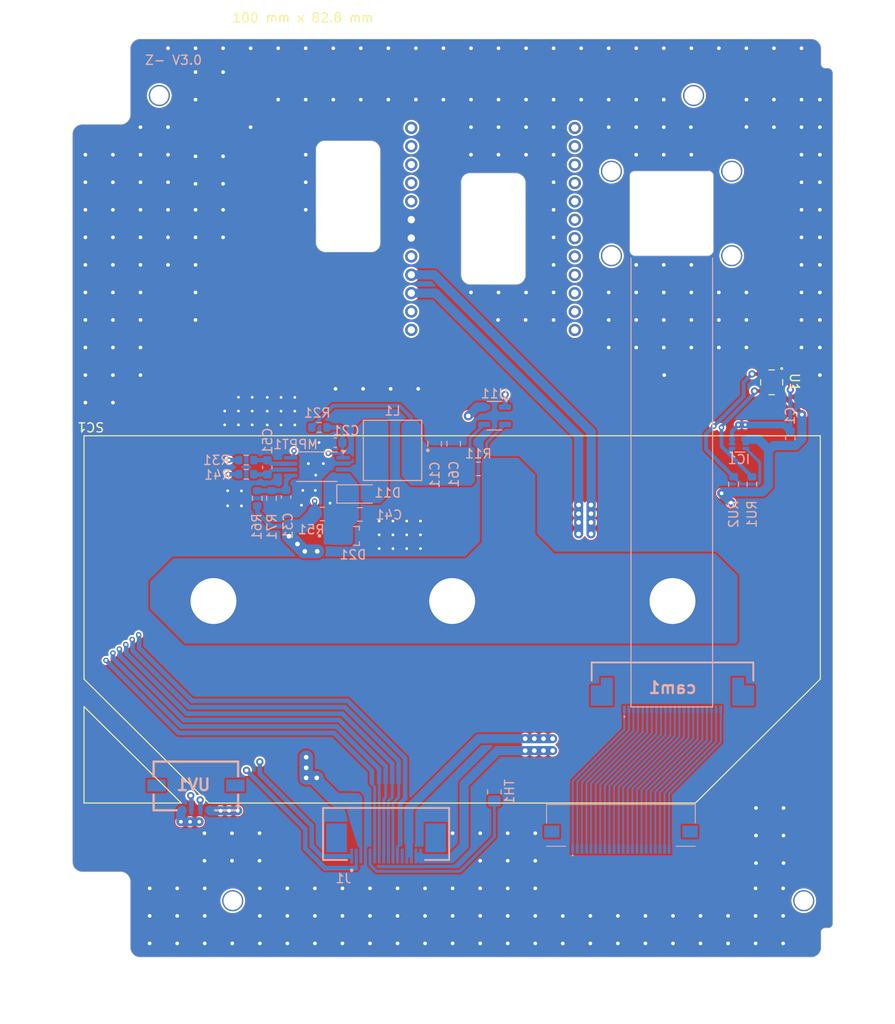
<source format=kicad_pcb>
(kicad_pcb (version 20240108) (generator "pcbnew") (generator_version "8.0")
  (layers (0 "F.Cu" signal) (1 "In1.Cu" signal) (2 "In2.Cu" signal) (31 "B.Cu" signal) (34 "B.Paste" user) (35 "F.Paste" user) (36 "B.SilkS" user "B.Silkscreen") (37 "F.SilkS" user "F.Silkscreen") (38 "B.Mask" user) (39 "F.Mask" user) (44 "Edge.Cuts" user))
  (net 0 "")
  (net 1 "GND")
  (net 2 "/+3V3")
  (net 3 "/SCL")
  (net 4 "Net-(cam1-Pad1)")
  (net 5 "/SDA")
  (net 6 "Net-(MPPT1-VCTRL)")
  (net 7 "Net-(MPPT1-ICTRL_MINUS)")
  (net 8 "/SC1_V+")
  (net 9 "/SC1_I+")
  (net 10 "/MPPT1")
  (net 11 "Net-(MPPT1-ICTRL_PLUS)")
  (net 12 "/TEMP+")
  (net 13 "Net-(MPPT1-MPP-SET)")
  (net 14 "/SolarMPPT/MPPT1_OUT")
  (net 15 "/SolarMPPT/MPPT1_IN")
  (net 16 "Net-(cam1-Pad2)")
  (net 17 "Net-(cam1-Pad3)")
  (net 18 "Net-(cam1-Pad4)")
  (net 19 "Net-(cam1-Pad5)")
  (net 20 "Net-(cam1-Pad6)")
  (net 21 "Net-(cam1-Pad7)")
  (net 22 "Net-(cam1-Pad8)")
  (net 23 "Net-(cam1-Pad9)")
  (net 24 "Net-(cam1-Pad10)")
  (net 25 "Net-(cam1-Pad11)")
  (net 26 "Net-(cam1-Pad12)")
  (net 27 "Net-(cam1-Pad13)")
  (net 28 "Net-(cam1-Pad14)")
  (net 29 "Net-(cam1-Pad15)")
  (net 30 "Net-(cam1-Pad16)")
  (net 31 "Net-(cam1-Pad17)")
  (net 32 "Net-(cam1-Pad18)")
  (net 33 "Net-(cam1-Pad19)")
  (net 34 "Net-(cam1-Pad20)")
  (net 35 "Net-(cam1-Pad21)")
  (net 36 "Net-(cam1-Pad22)")
  (net 39 "/Bat+")
  (net 40 "/UART_RX")
  (net 41 "/UART_TX")
  (net 42 "GND1")
  (net 43 "/Bat-")
  (net 44 "/SolarMPPT/CUR1_OUT")
  (net 45 "/COBC_SWDIO")
  (net 46 "/COBC_SWDCLK")
  (net 47 "/COBC_NOT_RST")
  (net 48 "+5V")
  (footprint "STS_solder:3G30A_40x80" (layer "F.Cu") (at 124.9492 102.7098 180)
    (property "Reference" "SC1")
    (property "Value" "Solar_Cell")
  )
  (footprint "STS_connector:conn_to_panel" (layer "F.Cu") (at 120.5 71.175 90)
    (property "Reference" "J3" (hide yes))
    (property "Value" "Conn_01x12" (hide yes))
  )
  (footprint "" (layer "F.Cu") (at 103.38 83.88)
    (property "Reference" "")
    (property "Value" "")
  )
  (footprint "STS_UV:OLGA" (layer "F.Cu") (at 159.75 76.89 -90)
    (property "Reference" "U1")
    (property "Value" "GUVA-C32SM")
  )
  (footprint "STS_Sidepanels_Outline:OUTLINE_SidepanelZ-" (layer "F.Cu") (at 125 89.5)
    (property "Reference" "Outline1" (hide yes))
    (property "Value" "OUTLINE_Sidepanel")
    (fp_line (start -41.4 39.7) (end -41.4 -39.7) (stroke (width 0.05)) (layer "Edge.Cuts"))
    (fp_line (start -40.4 -40.7) (end -36.1 -40.7) (stroke (width 0.05)) (layer "Edge.Cuts"))
    (fp_line (start -36.1 40.7) (end -40.4 40.7) (stroke (width 0.05)) (layer "Edge.Cuts"))
    (fp_line (start -35.1 -41.7) (end -35.1 -49) (stroke (width 0.05)) (layer "Edge.Cuts"))
    (fp_line (start -35.1 49) (end -35.1 41.7) (stroke (width 0.05)) (layer "Edge.Cuts"))
    (fp_line (start -34.1 -50) (end 39.13 -50) (stroke (width 0.05)) (layer "Edge.Cuts"))
    (fp_line (start -14.874148 -27.76016) (end -14.880107 -37.915107) (stroke (width 0.05)) (layer "Edge.Cuts"))
    (fp_line (start -13.978383 -38.912922) (end -8.880107 -38.915107) (stroke (width 0.05)) (layer "Edge.Cuts"))
    (fp_line (start -8.880107 -26.800107) (end -13.880107 -26.800107) (stroke (width 0.05)) (layer "Edge.Cuts"))
    (fp_line (start -7.883783 -37.96341) (end -7.880107 -32.013) (stroke (width 0.05)) (layer "Edge.Cuts"))
    (fp_line (start -7.880107 -32.013) (end -7.880107 -27.800107) (stroke (width 0.05)) (layer "Edge.Cuts"))
    (fp_line (start 0.94 -24.27) (end 0.94 -34.385) (stroke (width 0.05)) (layer "Edge.Cuts"))
    (fp_line (start 1.94 -35.385) (end 6.94 -35.385) (stroke (width 0.05)) (layer "Edge.Cuts"))
    (fp_line (start 6.94 -23.27) (end 1.842927 -23.275957) (stroke (width 0.05)) (layer "Edge.Cuts"))
    (fp_line (start 7.93315 -34.467326) (end 7.937653 -24.17174) (stroke (width 0.05)) (layer "Edge.Cuts"))
    (fp_line (start 19.3 -35.1) (end 19.3 -26.9) (stroke (width 0.05)) (layer "Edge.Cuts"))
    (fp_line (start 19.8 -26.4) (end 27.83 -26.4) (stroke (width 0.05)) (layer "Edge.Cuts"))
    (fp_line (start 28 -35.6) (end 19.8 -35.6) (stroke (width 0.05)) (layer "Edge.Cuts"))
    (fp_line (start 28.4 -26.9) (end 28.4 -35.1) (stroke (width 0.05)) (layer "Edge.Cuts"))
    (fp_line (start 39.13 50) (end -34.1 50) (stroke (width 0.05)) (layer "Edge.Cuts"))
    (fp_line (start 40.13 -49) (end 40.13 -47.325) (stroke (width 0.05)) (layer "Edge.Cuts"))
    (fp_line (start 40.13 47.325) (end 40.13 49) (stroke (width 0.05)) (layer "Edge.Cuts"))
    (fp_line (start 40.63 -46.825) (end 40.9 -46.825) (stroke (width 0.05)) (layer "Edge.Cuts"))
    (fp_line (start 40.9 46.825) (end 40.63 46.825) (stroke (width 0.05)) (layer "Edge.Cuts"))
    (fp_line (start 41.4 -46.325) (end 41.4 46.325) (stroke (width 0.05)) (layer "Edge.Cuts"))
    (fp_arc (start -41.4 -39.7) (mid -41.085 -40.385) (end -40.4 -40.7) (stroke (width 0.05)) (layer "Edge.Cuts"))
    (fp_arc (start -40.4 40.7) (mid -41.084999 40.384999) (end -41.4 39.7) (stroke (width 0.05)) (layer "Edge.Cuts"))
    (fp_arc (start -36.1 40.7) (mid -35.415 41.015) (end -35.1 41.7) (stroke (width 0.05)) (layer "Edge.Cuts"))
    (fp_arc (start -35.1 -49) (mid -34.785 -49.685) (end -34.1 -50) (stroke (width 0.05)) (layer "Edge.Cuts"))
    (fp_arc (start -35.1 -41.7) (mid -35.415 -41.015) (end -36.1 -40.7) (stroke (width 0.05)) (layer "Edge.Cuts"))
    (fp_arc (start -34.1 50) (mid -34.785 49.685) (end -35.1 49) (stroke (width 0.05)) (layer "Edge.Cuts"))
    (fp_arc (start -14.880107 -37.915107) (mid -14.630358 -38.59576) (end -13.978383 -38.912922) (stroke (width 0.05)) (layer "Edge.Cuts"))
    (fp_arc (start -13.880107 -26.800107) (mid -14.552683 -27.098363) (end -14.874148 -27.76016) (stroke (width 0.05)) (layer "Edge.Cuts"))
    (fp_arc (start -8.880107 -38.915107) (mid -8.21454 -38.614513) (end -7.883783 -37.96341) (stroke (width 0.05)) (layer "Edge.Cuts"))
    (fp_arc (start -7.880107 -27.800107) (mid -8.176715 -27.096715) (end -8.880107 -26.800107) (stroke (width 0.05)) (layer "Edge.Cuts"))
    (fp_arc (start 0.94 -34.385) (mid 1.217502 -35.107498) (end 1.94 -35.385) (stroke (width 0.05)) (layer "Edge.Cuts"))
    (fp_arc (start 1.842927 -23.275957) (mid 1.206595 -23.605056) (end 0.94 -24.27) (stroke (width 0.05)) (layer "Edge.Cuts"))
    (fp_arc (start 6.94 -35.385) (mid 7.598105 -35.100978) (end 7.93315 -34.467326) (stroke (width 0.05)) (layer "Edge.Cuts"))
    (fp_arc (start 7.937653 -24.17174) (mid 7.594358 -23.548794) (end 6.94 -23.27) (stroke (width 0.05)) (layer "Edge.Cuts"))
    (fp_arc (start 19.3 -35.1) (mid 19.446447 -35.453553) (end 19.8 -35.6) (stroke (width 0.05)) (layer "Edge.Cuts"))
    (fp_arc (start 19.8 -26.4) (mid 19.468599 -26.568599) (end 19.3 -26.9) (stroke (width 0.05)) (layer "Edge.Cuts"))
    (fp_arc (start 28 -35.6) (mid 28.289028 -35.421222) (end 28.4 -35.1) (stroke (width 0.05)) (layer "Edge.Cuts"))
    (fp_arc (start 28.4 -26.9) (mid 28.190731 -26.563652) (end 27.83 -26.4) (stroke (width 0.05)) (layer "Edge.Cuts"))
    (fp_arc (start 39.13 -50) (mid 39.814994 -49.684994) (end 40.13 -49) (stroke (width 0.05)) (layer "Edge.Cuts"))
    (fp_arc (start 40.13 47.325) (mid 40.267491 46.962491) (end 40.63 46.825) (stroke (width 0.05)) (layer "Edge.Cuts"))
    (fp_arc (start 40.13 49) (mid 39.814994 49.684994) (end 39.13 50) (stroke (width 0.05)) (layer "Edge.Cuts"))
    (fp_arc (start 40.63 -46.825) (mid 40.267491 -46.962491) (end 40.13 -47.325) (stroke (width 0.05)) (layer "Edge.Cuts"))
    (fp_arc (start 40.9 -46.825) (mid 41.243225 -46.668225) (end 41.4 -46.325) (stroke (width 0.05)) (layer "Edge.Cuts"))
    (fp_arc (start 41.4 46.325) (mid 41.262509 46.687509) (end 40.9 46.825) (stroke (width 0.05)) (layer "Edge.Cuts"))
  )
  (footprint "STS_connector:conn_to_panel" (layer "F.Cu") (at 138.3096 71.1866 90)
    (property "Reference" "uci_conn" (hide yes))
    (property "Value" "conn_to_panel")
  )
  (footprint "Resistor_SMD:R_0603_1608Metric" (layer "B.Cu") (at 105.27 89.51 90)
    (property "Reference" "R71")
    (property "Value" "1k" (hide yes))
  )
  (footprint "STS_connector:545482271" (layer "B.Cu") (at 143.33 125.67)
    (property "Reference" "edu_con1" (hide yes))
    (property "Value" "54548-2271" (hide yes))
  )
  (footprint "Resistor_SMD:R_0603_1608Metric" (layer "B.Cu") (at 102.525 85.365)
    (property "Reference" "R31")
    (property "Value" "1k" (hide yes))
  )
  (footprint "Resistor_SMD:R_0805_2012Metric_Pad1.20x1.40mm_HandSolder" (layer "B.Cu") (at 129.55 121.5 90)
    (property "Reference" "TH1")
    (property "Value" "Thermistor_NTC" (hide yes))
  )
  (footprint "STS_connector:200528-0040" (layer "B.Cu") (at 97.035 123.5)
    (property "Reference" "UV1")
    (property "Value" "501461-0491" (hide yes))
  )
  (footprint "Capacitor_SMD:C_0603_1608Metric" (layer "B.Cu") (at 161.782831 83 90)
    (property "Reference" "C1")
    (property "Value" "1u" (hide yes))
  )
  (footprint "Package_TO_SOT_SMD:SOT-563" (layer "B.Cu") (at 156.19 83.585)
    (property "Reference" "IC1")
    (property "Value" "TMP112AQDRLRQ1" (hide yes))
  )
  (footprint "Capacitor_SMD:C_0805_2012Metric" (layer "B.Cu") (at 123.04 83.59 90)
    (property "Reference" "C11")
    (property "Value" "22u")
  )
  (footprint "Resistor_SMD:R_0603_1608Metric" (layer "B.Cu") (at 155.6 88 90)
    (property "Reference" "RU2")
    (property "Value" "4k7")
  )
  (footprint "STS_semiconductor:DIO_SMM4F5.0A-TR" (layer "B.Cu") (at 113.3 93.62)
    (property "Reference" "D21")
    (property "Value" "SMM4F5.0" (hide yes))
  )
  (footprint "STS_Inductor_SMD:IND_XAL6060-103MEC" (layer "B.Cu") (at 118.4525 84.3 180)
    (property "Reference" "L1")
    (property "Value" "10u" (hide yes))
  )
  (footprint "Capacitor_SMD:C_0603_1608Metric" (layer "B.Cu") (at 112.2252 83.4608)
    (property "Reference" "C21")
    (property "Value" "1n" (hide yes))
  )
  (footprint "Resistor_SMD:R_0603_1608Metric" (layer "B.Cu") (at 110.475 81.8 180)
    (property "Reference" "R21")
    (property "Value" "1k" (hide yes))
  )
  (footprint "STS_connector:SAMTEC_ZF5S-16-01-T-WT" (layer "B.Cu") (at 117.755 126.5)
    (property "Reference" "J1")
    (property "Value" "Conn_01x18")
  )
  (footprint "Package_TO_SOT_SMD:SOT-23-5" (layer "B.Cu") (at 129.56 80.5275 180)
    (property "Reference" "U11")
    (property "Value" "INA180A4" (hide yes))
  )
  (footprint "Resistor_SMD:R_0603_1608Metric" (layer "B.Cu") (at 157.6 88 90)
    (property "Reference" "RU1")
    (property "Value" "4k7")
  )
  (footprint "Resistor_SMD:R_0603_1608Metric" (layer "B.Cu") (at 103.72 89.52 -90)
    (property "Reference" "R61")
    (property "Value" "3k" (hide yes))
  )
  (footprint "Capacitor_SMD:C_0603_1608Metric" (layer "B.Cu") (at 106.86 89.39 -90)
    (property "Reference" "C31")
    (property "Value" "1n" (hide yes))
  )
  (footprint "Resistor_SMD:R_0603_1608Metric" (layer "B.Cu") (at 102.53 86.905)
    (property "Reference" "R41")
    (property "Value" "1k" (hide yes))
  )
  (footprint "STS_connector:524352271" (layer "B.Cu") (at 148.95 109.95)
    (property "Reference" "cam1")
    (property "Value" "52435-2271" (hide yes))
  )
  (footprint "Package_SO:TSSOP-8_4.4x3mm_P0.65mm" (layer "B.Cu") (at 110.2186 86.077 180)
    (property "Reference" "MPPT1")
    (property "Value" "SPV1040TTR" (hide yes))
  )
  (footprint "Resistor_SMD:R_0805_2012Metric" (layer "B.Cu") (at 110.8075 91.23)
    (property "Reference" "R51")
    (property "Value" "220m")
  )
  (footprint "Diode_SMD:D_SOD-123F" (layer "B.Cu") (at 114.6 89.05)
    (property "Reference" "D11")
    (property "Value" "PMEG2020EH" (hide yes))
  )
  (footprint "Capacitor_SMD:C_0603_1608Metric" (layer "B.Cu") (at 104.81 86.155 90)
    (property "Reference" "C51")
    (property "Value" "1u" (hide yes))
  )
  (footprint "Capacitor_SMD:C_0805_2012Metric" (layer "B.Cu") (at 125.11 83.58 90)
    (property "Reference" "C61")
    (property "Value" "1u")
  )
  (footprint "Resistor_SMD:R_0805_2012Metric" (layer "B.Cu") (at 127.8 86.32 180)
    (property "Reference" "R11")
    (property "Value" "10m")
  )
  (footprint "Capacitor_SMD:C_0805_2012Metric" (layer "B.Cu") (at 114.91 91.28)
    (property "Reference" "C41")
    (property "Value" "22u")
  )
  (gr_text "Z- V3.0\n" (at 94.6 41.8 0) (layer "B.SilkS") (effects (font (size 1 1))))
  (gr_text "" (at 147.7584 73.1488 0) (layer "F.SilkS") (effects (font (size 1.27 1.27))))
  (gr_text "" (at 147.8084 76.1488 0) (layer "F.SilkS") (effects (font (size 1.27 1.27))))
  (gr_text "" (at 147.7584 70.1488 0) (layer "F.SilkS") (effects (font (size 1.27 1.27))))
  (gr_text "" (at 153.7584 73.1488 0) (layer "F.SilkS") (effects (font (size 1.27 1.27))))
  (gr_text "" (at 147.8084 76.1488 0) (layer "F.SilkS") (effects (font (size 1.27 1.27))))
  (gr_text "" (at 153.7584 67.1488 0) (layer "F.SilkS") (effects (font (size 1.27 1.27))))
  (gr_text "" (at 153.7584 73.1488 0) (layer "F.SilkS") (effects (font (size 1.27 1.27))))
  (gr_text "" (at 153.7584 70.1488 0) (layer "F.SilkS") (effects (font (size 1.27 1.27))))
  (gr_text "100 mm x 82.8 mm" (at 108.6932 37.176 0) (layer "F.SilkS") (effects (font (size 1 1))))
  (gr_text "" (at 153.7584 67.1488 0) (layer "F.SilkS") (effects (font (size 1.27 1.27))))
  (gr_text "" (at 153.7584 70.1488 0) (layer "F.SilkS") (effects (font (size 1.27 1.27))))
  (gr_text "" (at 147.7584 73.1488 0) (layer "F.SilkS") (effects (font (size 1.27 1.27))))
  (gr_text "" (at 144.8084 78.6988 0) (layer "F.SilkS") (effects (font (size 1.27 1.27))))
  (gr_text "" (at 144.8084 78.6988 0) (layer "F.SilkS") (effects (font (size 1.27 1.27))))
  (gr_text "" (at 147.7584 70.1488 0) (layer "F.SilkS") (effects (font (size 1.27 1.27))))
  (via (at 163 61.1) (size 0.8) (drill 0.4) (layers "F.Cu" "B.Cu") (net 1))
  (via (at 124 46.1) (size 0.8) (drill 0.4) (layers "F.Cu" "B.Cu") (net 1))
  (via (at 148 67.1) (size 0.8) (drill 0.4) (layers "F.Cu" "B.Cu") (net 1))
  (via (at 165 67.1) (size 0.8) (drill 0.4) (layers "F.Cu" "B.Cu") (net 1))
  (via (at 103.17 78.52) (size 0.6) (drill 0.3) (layers "F.Cu" "B.Cu") (net 1))
  (via (at 128 129) (size 0.8) (drill 0.4) (layers "F.Cu" "B.Cu") (net 1))
  (via (at 104 132) (size 0.8) (drill 0.4) (layers "F.Cu" "B.Cu") (net 1))
  (via (at 100 40.5) (size 0.8) (drill 0.4) (layers "F.Cu" "B.Cu") (net 1))
  (via (at 158.0426 126.251) (size 0.8) (drill 0.4) (layers "F.Cu" "B.Cu") (net 1))
  (via (at 92 138) (size 0.8) (drill 0.4) (layers "F.Cu" "B.Cu") (net 1))
  (via (at 157 67.1) (size 0.8) (drill 0.4) (layers "F.Cu" "B.Cu") (net 1))
  (via (at 103 40.5) (size 0.8) (drill 0.4) (layers "F.Cu" "B.Cu") (net 1))
  (via (at 103 49.1) (size 0.8) (drill 0.4) (layers "F.Cu" "B.Cu") (net 1))
  (via (at 145 64.1) (size 0.8) (drill 0.4) (layers "F.Cu" "B.Cu") (net 1))
  (via (at 128 132) (size 0.8) (drill 0.4) (layers "F.Cu" "B.Cu") (net 1))
  (via (at 152 135) (size 0.8) (drill 0.4) (layers "F.Cu" "B.Cu") (net 1))
  (via (at 98 132) (size 0.8) (drill 0.4) (layers "F.Cu" "B.Cu") (net 1))
  (via (at 145 67.1) (size 0.8) (drill 0.4) (layers "F.Cu" "B.Cu") (net 1))
  (via (at 127 52.1) (size 0.8) (drill 0.4) (layers "F.Cu" "B.Cu") (net 1))
  (via (at 142 49.1) (size 0.8) (drill 0.4) (layers "F.Cu" "B.Cu") (net 1))
  (via (at 118 46.1) (size 0.8) (drill 0.4) (layers "F.Cu" "B.Cu") (net 1))
  (via (at 136 46.1) (size 0.8) (drill 0.4) (layers "F.Cu" "B.Cu") (net 1))
  (via (at 116 132) (size 0.8) (drill 0.4) (layers "F.Cu" "B.Cu") (net 1))
  (via (at 94 58.1) (size 0.8) (drill 0.4) (layers "F.Cu" "B.Cu") (net 1))
  (via (at 94 61.1) (size 0.8) (drill 0.4) (layers "F.Cu" "B.Cu") (net 1))
  (via (at 151 40.5) (size 0.8) (drill 0.4) (layers "F.Cu" "B.Cu") (net 1))
  (via (at 165 61.1) (size 0.8) (drill 0.4) (layers "F.Cu" "B.Cu") (net 1))
  (via (at 136 70.1) (size 0.8) (drill 0.4) (layers "F.Cu" "B.Cu") (net 1))
  (via (at 94 55.1) (size 0.8) (drill 0.4) (layers "F.Cu" "B.Cu") (net 1))
  (via (at 88 67.1) (size 0.8) (drill 0.4) (layers "F.Cu" "B.Cu") (net 1))
  (via (at 125 135) (size 0.8) (drill 0.4) (layers "F.Cu" "B.Cu") (net 1))
  (via (at 88 64.1) (size 0.8) (drill 0.4) (layers "F.Cu" "B.Cu") (net 1))
  (via (at 163 70.1) (size 0.8) (drill 0.4) (layers "F.Cu" "B.Cu") (net 1))
  (via (at 100.5 90.34) (size 0.6) (drill 0.3) (layers "F.Cu" "B.Cu") (net 1))
  (via (at 128 135) (size 0.8) (drill 0.4) (layers "F.Cu" "B.Cu") (net 1))
  (via (at 97.9688 129) (size 0.8) (drill 0.4) (layers "F.Cu" "B.Cu") (net 1))
  (via (at 133 40.5) (size 0.8) (drill 0.4) (layers "F.Cu" "B.Cu") (net 1))
  (via (at 113 138) (size 0.8) (drill 0.4) (layers "F.Cu" "B.Cu") (net 1))
  (via (at 100.9688 126) (size 0.8) (drill 0.4) (layers "F.Cu" "B.Cu") (net 1))
  (via (at 113 135) (size 0.8) (drill 0.4) (layers "F.Cu" "B.Cu") (net 1))
  (via (at 161 132) (size 0.8) (drill 0.4) (layers "F.Cu" "B.Cu") (net 1))
  (via (at 157 70.1) (size 0.8) (drill 0.4) (layers "F.Cu" "B.Cu") (net 1))
  (via (at 130 46.1) (size 0.8) (drill 0.4) (layers "F.Cu" "B.Cu") (net 1))
  (via (at 118.5 92) (size 0.6) (drill 0.3) (layers "F.Cu" "B.Cu") (net 1))
  (via (at 107 132) (size 0.8) (drill 0.4) (layers "F.Cu" "B.Cu") (net 1))
  (via (at 154 73.1) (size 0.8) (drill 0.4) (layers "F.Cu" "B.Cu") (net 1))
  (via (at 131 135) (size 0.8) (drill 0.4) (layers "F.Cu" "B.Cu") (net 1))
  (via (at 165 49.1) (size 0.8) (drill 0.4) (layers "F.Cu" "B.Cu") (net 1))
  (via (at 125 132) (size 0.8) (drill 0.4) (layers "F.Cu" "B.Cu") (net 1))
  (via (at 154 67.1) (size 0.8) (drill 0.4) (layers "F.Cu" "B.Cu") (net 1))
  (via (at 124 40.5) (size 0.8) (drill 0.4) (layers "F.Cu" "B.Cu") (net 1))
  (via (at 122 132) (size 0.8) (drill 0.4) (layers "F.Cu" "B.Cu") (net 1))
  (via (at 149 135) (size 0.8) (drill 0.4) (layers "F.Cu" "B.Cu") (net 1))
  (via (at 119 132) (size 0.8) (drill 0.4) (layers "F.Cu" "B.Cu") (net 1))
  (via (at 97 43.1) (size 0.8) (drill 0.4) (layers "F.Cu" "B.Cu") (net 1))
  (via (at 131 129) (size 0.8) (drill 0.4) (layers "F.Cu" "B.Cu") (net 1))
  (via (at 102 90.35) (size 0.6) (drill 0.3) (layers "F.Cu" "B.Cu") (net 1))
  (via (at 85 70.1) (size 0.8) (drill 0.4) (layers "F.Cu" "B.Cu") (net 1))
  (via (at 85 79.1) (size 0.8) (drill 0.4) (layers "F.Cu" "B.Cu") (net 1))
  (via (at 152 138) (size 0.8) (drill 0.4) (layers "F.Cu" "B.Cu") (net 1))
  (via (at 120 95) (size 0.6) (drill 0.3) (layers "F.Cu" "B.Cu") (net 1))
  (via (at 130 40.5) (size 0.8) (drill 0.4) (layers "F.Cu" "B.Cu") (net 1))
  (via (at 119 135) (size 0.8) (drill 0.4) (layers "F.Cu" "B.Cu") (net 1))
  (via (at 165 64.1) (size 0.8) (drill 0.4) (layers "F.Cu" "B.Cu") (net 1))
  (via (at 163 73.1) (size 0.8) (drill 0.4) (layers "F.Cu" "B.Cu") (net 1))
  (via (at 151 64.1) (size 0.8) (drill 0.4) (layers "F.Cu" "B.Cu") (net 1))
  (via (at 85 67.1) (size 0.8) (drill 0.4) (layers "F.Cu" "B.Cu") (net 1))
  (via (at 100 55.275) (size 0.8) (drill 0.4) (layers "F.Cu" "B.Cu") (net 1))
  (via (at 145 49.1) (size 0.8) (drill 0.4) (layers "F.Cu" "B.Cu") (net 1))
  (via (at 100 52.275) (size 0.8) (drill 0.4) (layers "F.Cu" "B.Cu") (net 1))
  (via (at 148 46.1) (size 0.8) (drill 0.4) (layers "F.Cu" "B.Cu") (net 1))
  (via (at 121.5 93.5) (size 0.6) (drill 0.3) (layers "F.Cu" "B.Cu") (net 1))
  (via (at 140 138) (size 0.8) (drill 0.4) (layers "F.Cu" "B.Cu") (net 1))
  (via (at 97 64.1) (size 0.8) (drill 0.4) (layers "F.Cu" "B.Cu") (net 1))
  (via (at 136 52.1) (size 0.8) (drill 0.4) (layers "F.Cu" "B.Cu") (net 1))
  (via (at 103.17 81.52) (size 0.6) (drill 0.3) (layers "F.Cu" "B.Cu") (net 1))
  (via (at 136 61.1) (size 0.8) (drill 0.4) (layers "F.Cu" "B.Cu") (net 1))
  (via (at 142 46.1) (size 0.8) (drill 0.4) (layers "F.Cu" "B.Cu") (net 1))
  (via (at 130 67.1) (size 0.8) (drill 0.4) (layers "F.Cu" "B.Cu") (net 1))
  (via (at 148 49.1) (size 0.8) (drill 0.4) (layers "F.Cu" "B.Cu") (net 1))
  (via (at 113 132) (size 0.8) (drill 0.4) (layers "F.Cu" "B.Cu") (net 1))
  (via (at 116 138) (size 0.8) (drill 0.4) (layers "F.Cu" "B.Cu") (net 1))
  (via (at 98 138) (size 0.8) (drill 0.4) (layers "F.Cu" "B.Cu") (net 1))
  (via (at 142 73.1) (size 0.8) (drill 0.4) (layers "F.Cu" "B.Cu") (net 1))
  (via (at 148 73.1) (size 0.8) (drill 0.4) (layers "F.Cu" "B.Cu") (net 1))
  (via (at 104.81 81.53) (size 0.6) (drill 0.3) (layers "F.Cu" "B.Cu") (net 1))
  (via (at 94 64.1) (size 0.8) (drill 0.4) (layers "F.Cu" "B.Cu") (net 1))
  (via (at 110.05 88.66) (size 0.6) (drill 0.3) (layers "F.Cu" "B.Cu") (net 1))
  (via (at 165 52.1) (size 0.8) (drill 0.4) (layers "F.Cu" "B.Cu") (net 1))
  (via (at 131 126) (size 0.8) (drill 0.4) (layers "F.Cu" "B.Cu") (net 1))
  (via (at 110.09 87) (size 0.6) (drill 0.3) (layers "F.Cu" "B.Cu") (net 1))
  (via (at 133 46.1) (size 0.8) (drill 0.4) (layers "F.Cu" "B.Cu") (net 1))
  (via (at 117 92) (size 0.6) (drill 0.3) (layers "F.Cu" "B.Cu") (net 1))
  (via (at 158.0426 129.251) (size 0.8) (drill 0.4) (layers "F.Cu" "B.Cu") (net 1))
  (via (at 100.17 80.02) (size 0.6) (drill 0.3) (layers "F.Cu" "B.Cu") (net 1))
  (via (at 97 55.275) (size 0.8) (drill 0.4) (layers "F.Cu" "B.Cu") (net 1))
  (via (at 109 46.1) (size 0.8) (drill 0.4) (layers "F.Cu" "B.Cu") (net 1))
  (via (at 154 40.5) (size 0.8) (drill 0.4) (layers "F.Cu" "B.Cu") (net 1))
  (via (at 165 73.1) (size 0.8) (drill 0.4) (layers "F.Cu" "B.Cu") (net 1))
  (via (at 95 135) (size 0.8) (drill 0.4) (layers "F.Cu" "B.Cu") (net 1))
  (via (at 163 64.1) (size 0.8) (drill 0.4) (layers "F.Cu" "B.Cu") (net 1))
  (via (at 117 93.5) (size 0.6) (drill 0.3) (layers "F.Cu" "B.Cu") (net 1))
  (via (at 97 46.1) (size 0.8) (drill 0.4) (layers "F.Cu" "B.Cu") (net 1))
  (via (at 100 58.1) (size 0.8) (drill 0.4) (layers "F.Cu" "B.Cu") (net 1))
  (via (at 110 132) (size 0.8) (drill 0.4) (layers "F.Cu" "B.Cu") (net 1))
  (via (at 136 67.1) (size 0.8) (drill 0.4) (layers "F.Cu" "B.Cu") (net 1))
  (via (at 142 67.1) (size 0.8) (drill 0.4) (layers "F.Cu" "B.Cu") (net 1))
  (via (at 121.5 95) (size 0.6) (drill 0.3) (layers "F.Cu" "B.Cu") (net 1))
  (via (at 161.0426 129.251) (size 0.8) (drill 0.4) (layers "F.Cu" "B.Cu") (net 1))
  (via (at 118.25 77.6) (size 0.8) (drill 0.4) (layers "F.Cu" "B.Cu") (net 1))
  (via (at 127 49.1) (size 0.8) (drill 0.4) (layers "F.Cu" "B.Cu") (net 1))
  (via (at 88 52.1) (size 0.8) (drill 0.4) (layers "F.Cu" "B.Cu") (net 1))
  (via (at 161.0426 123.251) (size 0.8) (drill 0.4) (layers "F.Cu" "B.Cu") (net 1))
  (via (at 120 93.5) (size 0.6) (drill 0.3) (layers "F.Cu" "B.Cu") (net 1))
  (via (at 165 76.1) (size 0.8) (drill 0.4) (layers "F.Cu" "B.Cu") (net 1))
  (via (at 91 73.1) (size 0.8) (drill 0.4) (layers "F.Cu" "B.Cu") (net 1))
  (via (at 95 138) (size 0.8) (drill 0.4) (layers "F.Cu" "B.Cu") (net 1))
  (via (at 136 55.1) (size 0.8) (drill 0.4) (layers "F.Cu" "B.Cu") (net 1))
  (via (at 160 49.1) (size 0.8) (drill 0.4) (layers "F.Cu" "B.Cu") (net 1))
  (via (at 101.67 81.52) (size 0.6) (drill 0.3) (layers "F.Cu" "B.Cu") (net 1))
  (via (at 136 58.1) (size 0.8) (drill 0.4) (layers "F.Cu" "B.Cu") (net 1))
  (via (at 108.68 88.66) (size 0.6) (drill 0.3) (layers "F.Cu" "B.Cu") (net 1))
  (via (at 151 52.1) (size 0.8) (drill 0.4) (layers "F.Cu" "B.Cu") (net 1))
  (via (at 94 49.1) (size 0.8) (drill 0.4) (layers "F.Cu" "B.Cu") (net 1))
  (via (at 140 135) (size 0.8) (drill 0.4) (layers "F.Cu" "B.Cu") (net 1))
  (via (at 145 40.5) (size 0.8) (drill 0.4) (layers "F.Cu" "B.Cu") (net 1))
  (via (at 104.81 78.53) (size 0.6) (drill 0.3) (layers "F.Cu" "B.Cu") (net 1))
  (via (at 107.81 81.53) (size 0.6) (drill 0.3) (layers "F.Cu" "B.Cu") (net 1))
  (via (at 131 138) (size 0.8) (drill 0.4) (layers "F.Cu" "B.Cu") (net 1))
  (via (at 101.67 78.52) (size 0.6) (drill 0.3) (layers "F.Cu" "B.Cu") (net 1))
  (via (at 109 58.1) (size 0.8) (drill 0.4) (layers "F.Cu" "B.Cu") (net 1))
  (via (at 165 70.1) (size 0.8) (drill 0.4) (layers "F.Cu" "B.Cu") (net 1))
  (via (at 157 73.1) (size 0.8) (drill 0.4) (layers "F.Cu" "B.Cu") (net 1))
  (via (at 85 76.1) (size 0.8) (drill 0.4) (layers "F.Cu" "B.Cu") (net 1))
  (via (at 137 135.014) (size 0.8) (drill 0.4) (layers "F.Cu" "B.Cu") (net 1))
  (via (at 160 46.1) (size 0.8) (drill 0.4) (layers "F.Cu" "B.Cu") (net 1))
  (via (at 127 67.1) (size 0.8) (drill 0.4) (layers "F.Cu" "B.Cu") (net 1))
  (via (at 163 58.1) (size 0.8) (drill 0.4) (layers "F.Cu" "B.Cu") (net 1))
  (via (at 155 135) (size 0.8) (drill 0.4) (layers "F.Cu" "B.Cu") (net 1))
  (via (at 101 138) (size 0.8) (drill 0.4) (layers "F.Cu" "B.Cu") (net 1))
  (via (at 163 40.5) (size 0.8) (drill 0.4) (layers "F.Cu" "B.Cu") (net 1))
  (via (at 112 46.1) (size 0.8) (drill 0.4) (layers "F.Cu" "B.Cu") (net 1))
  (via (at 139 46.1) (size 0.8) (drill 0.4) (layers "F.Cu" "B.Cu") (net 1))
  (via (at 104 138) (size 0.8) (drill 0.4) (layers "F.Cu" "B.Cu") (net 1))
  (via (at 134 135) (size 0.8) (drill 0.4) (layers "F.Cu" "B.Cu") (net 1))
  (via (at 121.5 92) (size 0.6) (drill 0.3) (layers "F.Cu" "B.Cu") (net 1))
  (via (at 161.0426 126.251) (size 0.8) (drill 0.4) (layers "F.Cu" "B.Cu") (net 1))
  (via (at 148.05 76.1) (size 0.8) (drill 0.4) (layers "F.Cu" "B.Cu") (net 1))
  (via (at 128 138) (size 0.8) (drill 0.4) (layers "F.Cu" "B.Cu") (net 1))
  (via (at 112.25 77.6) (size 0.8) (drill 0.4) (layers "F.Cu" "B.Cu") (net 1))
  (via (at 157 49.075) (size 0.8) (drill 0.4) (layers "F.Cu" "B.Cu") (net 1))
  (via (at 109 52.1) (size 0.8) (drill 0.4) (layers "F.Cu" "B.Cu") (net 1))
  (via (at 100.5 88.7) (size 0.6) (drill 0.3) (layers "F.Cu" "B.Cu") (net 1))
  (via (at 97 40.5) (size 0.8) (drill 0.4) (layers "F.Cu" "B.Cu") (net 1))
  (via (at 163 49.1) (size 0.8) (drill 0.4) (layers "F.Cu" "B.Cu") (net 1))
  (via (at 134 132) (size 0.8) (drill 0.4) (layers "F.Cu" "B.Cu") (net 1))
  (via (at 158 135) (size 0.8) (drill 0.4) (layers "F.Cu" "B.Cu") (net 1))
  (via (at 92 135) (size 0.8) (drill 0.4) (layers "F.Cu" "B.Cu") (net 1))
  (via (at 158 138) (size 0.8) (drill 0.4) (layers "F.Cu" "B.Cu") (net 1))
  (via (at 131 132) (size 0.8) (drill 0.4) (layers "F.Cu" "B.Cu") (net 1))
  (via (at 157 46.1) (size 0.8) (drill 0.4) (layers "F.Cu" "B.Cu") (net 1))
  (via (at 106 40.5) (size 0.8) (drill 0.4) (layers "F.Cu" "B.Cu") (net 1))
  (via (at 142 70.1) (size 0.8) (drill 0.4) (layers "F.Cu" "B.Cu") (net 1))
  (via (at 102 88.71) (size 0.6) (drill 0.3) (layers "F.Cu" "B.Cu") (net 1))
  (via (at 110.92 85.74) (size 0.6) (drill 0.3) (layers "F.Cu" "B.Cu") (net 1))
  (via (at 91 70.1) (size 0.8) (drill 0.4) (layers "F.Cu" "B.Cu") (net 1))
  (via (at 133 52.1) (size 0.8) (drill 0.4) (layers "F.Cu" "B.Cu") (net 1))
  (via (at 143 138) (size 0.8) (drill 0.4) (layers "F.Cu" "B.Cu") (net 1))
  (via (at 163 46.1) (size 0.8) (drill 0.4) (layers "F.Cu" "B.Cu") (net 1))
  (via (at 104 135) (size 0.8) (drill 0.4) (layers "F.Cu" "B.Cu") (net 1))
  (via (at 157 40.5) (size 0.8) (drill 0.4) (layers "F.Cu" "B.Cu") (net 1))
  (via (at 106.31 81.53) (size 0.6) (drill 0.3) (layers "F.Cu" "B.Cu") (net 1))
  (via (at 151 67.1) (size 0.8) (drill 0.4) (layers "F.Cu" "B.Cu") (net 1))
  (via (at 158.0426 123.251) (size 0.8) (drill 0.4) (layers "F.Cu" "B.Cu") (net 1))
  (via (at 94 52.1) (size 0.8) (drill 0.4) (layers "F.Cu" "B.Cu") (net 1))
  (via (at 92 132) (size 0.8) (drill 0.4) (layers "F.Cu" "B.Cu") (net 1))
  (via (at 104.81 80.03) (size 0.6) (drill 0.3) (layers "F.Cu" "B.Cu") (net 1))
  (via (at 163 52.1) (size 0.8) (drill 0.4) (layers "F.Cu" "B.Cu") (net 1))
  (via (at 148 64.1) (size 0.8) (drill 0.4) (layers "F.Cu" "B.Cu") (net 1))
  (via (at 161 138) (size 0.8) (drill 0.4) (layers "F.Cu" "B.Cu") (net 1))
  (via (at 121 46.1) (size 0.8) (drill 0.4) (layers "F.Cu" "B.Cu") (net 1))
  (via (at 85 58.1) (size 0.8) (drill 0.4) (layers "F.Cu" "B.Cu") (net 1))
  (via (at 134 129) (size 0.8) (drill 0.4) (layers "F.Cu" "B.Cu") (net 1))
  (via (at 85 55.1) (size 0.8) (drill 0.4) (layers "F.Cu" "B.Cu") (net 1))
  (via (at 97 52.275) (size 0.8) (drill 0.4) (layers "F.Cu" "B.Cu") (net 1))
  (via (at 127 40.5) (size 0.8) (drill 0.4) (layers "F.Cu" "B.Cu") (net 1))
  (via (at 107 138) (size 0.8) (drill 0.4) (layers "F.Cu" "B.Cu") (net 1))
  (via (at 137 138.014) (size 0.8) (drill 0.4) (layers "F.Cu" "B.Cu") (net 1))
  (via (at 88 76.1) (size 0.8) (drill 0.4) (layers "F.Cu" "B.Cu") (net 1))
  (via (at 109 55.1) (size 0.8) (drill 0.4) (layers "F.Cu" "B.Cu") (net 1))
  (via (at 110.45 83.45) (size 0.6) (drill 0.3) (layers "F.Cu" "B.Cu") (net 1))
  (via (at 91 76.1) (size 0.8) (drill 0.4) (layers "F.Cu" "B.Cu") (net 1))
  (via (at 127 46.1) (size 0.8) (drill 0.4) (layers "F.Cu" "B.Cu") (net 1))
  (via (at 98 135) (size 0.8) (drill 0.4) (layers "F.Cu" "B.Cu") (net 1))
  (via (at 134 138) (size 0.8) (drill 0.4) (layers "F.Cu" "B.Cu") (net 1))
  (via (at 108.54 90.27) (size 0.6) (drill 0.3) (layers "F.Cu" "B.Cu") (net 1))
  (via (at 88 79.1) (size 0.8) (drill 0.4) (layers "F.Cu" "B.Cu") (net 1))
  (via (at 139 40.5) (size 0.8) (drill 0.4) (layers "F.Cu" "B.Cu") (net 1))
  (via (at 118.5 93.5) (size 0.6) (drill 0.3) (layers "F.Cu" "B.Cu") (net 1))
  (via (at 106.31 80.03) (size 0.6) (drill 0.3) (layers "F.Cu" "B.Cu") (net 1))
  (via (at 119 138) (size 0.8) (drill 0.4) (layers "F.Cu" "B.Cu") (net 1))
  (via (at 118 40.5) (size 0.8) (drill 0.4) (layers "F.Cu" "B.Cu") (net 1))
  (via (at 117 95) (size 0.6) (drill 0.3) (layers "F.Cu" "B.Cu") (net 1))
  (via (at 145 46.1) (size 0.8) (drill 0.4) (layers "F.Cu" "B.Cu") (net 1))
  (via (at 85 52.1) (size 0.8) (drill 0.4) (layers "F.Cu" "B.Cu") (net 1))
  (via (at 91 64.1) (size 0.8) (drill 0.4) (layers "F.Cu" "B.Cu") (net 1))
  (via (at 129.95 70.1) (size 0.8) (drill 0.4) (layers "F.Cu" "B.Cu") (net 1))
  (via (at 158 132) (size 0.8) (drill 0.4) (layers "F.Cu" "B.Cu") (net 1))
  (via (at 107 135) (size 0.8) (drill 0.4) (layers "F.Cu" "B.Cu") (net 1))
  (via (at 103.9688 129) (size 0.8) (drill 0.4) (layers "F.Cu" "B.Cu") (net 1))
  (via (at 88 61.1) (size 0.8) (drill 0.4) (layers "F.Cu" "B.Cu") (net 1))
  (via (at 128 126) (size 0.8) (drill 0.4) (layers "F.Cu" "B.Cu") (net 1))
  (via (at 91 58.1) (size 0.8) (drill 0.4) (layers "F.Cu" "B.Cu") (net 1))
  (via (at 136 64.1) (size 0.8) (drill 0.4) (layers "F.Cu" "B.Cu") (net 1))
  (via (at 151 73.1) (size 0.8) (drill 0.4) (layers "F.Cu" "B.Cu") (net 1))
  (via (at 136 40.5) (size 0.8) (drill 0.4) (layers "F.Cu" "B.Cu") (net 1))
  (via (at 107.81 78.53) (size 0.6) (drill 0.3) (layers "F.Cu" "B.Cu") (net 1))
  (via (at 143 135) (size 0.8) (drill 0.4) (layers "F.Cu" "B.Cu") (net 1))
  (via (at 106 46.1) (size 0.8) (drill 0.4) (layers "F.Cu" "B.Cu") (net 1))
  (via (at 88 70.1) (size 0.8) (drill 0.4) (layers "F.Cu" "B.Cu") (net 1))
  (via (at 97.9688 126) (size 0.8) (drill 0.4) (layers "F.Cu" "B.Cu") (net 1))
  (via (at 161 135) (size 0.8) (drill 0.4) (layers "F.Cu" "B.Cu") (net 1))
  (via (at 100.9688 129) (size 0.8) (drill 0.4) (layers "F.Cu" "B.Cu") (net 1))
  (via (at 100.17 81.52) (size 0.6) (drill 0.3) (layers "F.Cu" "B.Cu") (net 1))
  (via (at 165 55.1) (size 0.8) (drill 0.4) (layers "F.Cu" "B.Cu") (net 1))
  (via (at 110 138) (size 0.8) (drill 0.4) (layers "F.Cu" "B.Cu") (net 1))
  (via (at 118.5 95) (size 0.6) (drill 0.3) (layers "F.Cu" "B.Cu") (net 1))
  (via (at 91 67.1) (size 0.8) (drill 0.4) (layers "F.Cu" "B.Cu") (net 1))
  (via (at 163 55.1) (size 0.8) (drill 0.4) (layers "F.Cu" "B.Cu") (net 1))
  (via (at 85 64.1) (size 0.8) (drill 0.4) (layers "F.Cu" "B.Cu") (net 1))
  (via (at 145 52.1) (size 0.8) (drill 0.4) (layers "F.Cu" "B.Cu") (net 1))
  (via (at 91 49.1) (size 0.8) (drill 0.4) (layers "F.Cu" "B.Cu") (net 1))
  (via (at 94 40.5) (size 0.8) (drill 0.4) (layers "F.Cu" "B.Cu") (net 1))
  (via (at 132.95 70.1) (size 0.8) (drill 0.4) (layers "F.Cu" "B.Cu") (net 1))
  (via (at 100 43.1) (size 0.8) (drill 0.4) (layers "F.Cu" "B.Cu") (net 1))
  (via (at 120 92) (size 0.6) (drill 0.3) (layers "F.Cu" "B.Cu") (net 1))
  (via (at 148 70.1) (size 0.8) (drill 0.4) (layers "F.Cu" "B.Cu") (net 1))
  (via (at 103.17 80.02) (size 0.6) (drill 0.3) (layers "F.Cu" "B.Cu") (net 1))
  (via (at 85 61.1) (size 0.8) (drill 0.4) (layers "F.Cu" "B.Cu") (net 1))
  (via (at 88 73.1) (size 0.8) (drill 0.4) (layers "F.Cu" "B.Cu") (net 1))
  (via (at 145 70.1) (size 0.8) (drill 0.4) (layers "F.Cu" "B.Cu") (net 1))
  (via (at 91 61.1) (size 0.8) (drill 0.4) (layers "F.Cu" "B.Cu") (net 1))
  (via (at 100 61.1) (size 0.8) (drill 0.4) (layers "F.Cu" "B.Cu") (net 1))
  (via (at 130 49.1) (size 0.8) (drill 0.4) (layers "F.Cu" "B.Cu") (net 1))
  (via (at 97 61.1) (size 0.8) (drill 0.4) (layers "F.Cu" "B.Cu") (net 1))
  (via (at 163 67.1) (size 0.8) (drill 0.4) (layers "F.Cu" "B.Cu") (net 1))
  (via (at 109.29 85.74) (size 0.6) (drill 0.3) (layers "F.Cu" "B.Cu") (net 1))
  (via (at 151 70.1) (size 0.8) (drill 0.4) (layers "F.Cu" "B.Cu") (net 1))
  (via (at 125 126) (size 0.8) (drill 0.4) (layers "F.Cu" "B.Cu") (net 1))
  (via (at 149 138) (size 0.8) (drill 0.4) (layers "F.Cu" "B.Cu") (net 1))
  (via (at 150.95 49.1) (size 0.8) (drill 0.4) (layers "F.Cu" "B.Cu") (net 1))
  (via (at 148 40.5) (size 0.8) (drill 0.4) (layers "F.Cu" "B.Cu") (net 1))
  (via (at 133 49.1) (size 0.8) (drill 0.4) (layers "F.Cu" "B.Cu") (net 1))
  (via (at 85 73.1) (size 0.8) (drill 0.4) (layers "F.Cu" "B.Cu") (net 1))
  (via (at 160 40.5) (size 0.8) (drill 0.4) (layers "F.Cu" "B.Cu") (net 1))
  (via (at 107.81 80.03) (size 0.6) (drill 0.3) (layers "F.Cu" "B.Cu") (net 1))
  (via (at 154 70.1) (size 0.8) (drill 0.4) (layers "F.Cu" "B.Cu") (net 1))
  (via (at 112 40.5) (size 0.8) (drill 0.4) (layers "F.Cu" "B.Cu") (net 1))
  (via (at 91 55.1) (size 0.8) (drill 0.4) (layers "F.Cu" "B.Cu") (net 1))
  (via (at 88 55.1) (size 0.8) (drill 0.4) (layers "F.Cu" "B.Cu") (net 1))
  (via (at 122 135) (size 0.8) (drill 0.4) (layers "F.Cu" "B.Cu") (net 1))
  (via (at 122 138) (size 0.8) (drill 0.4) (layers "F.Cu" "B.Cu") (net 1))
  (via (at 109 40.5) (size 0.8) (drill 0.4) (layers "F.Cu" "B.Cu") (net 1))
  (via (at 97 67.1) (size 0.8) (drill 0.4) (layers "F.Cu" "B.Cu") (net 1))
  (via (at 115 40.5) (size 0.8) (drill 0.4) (layers "F.Cu" "B.Cu") (net 1))
  (via (at 95 132) (size 0.8) (drill 0.4) (layers "F.Cu" "B.Cu") (net 1))
  (via (at 148 52.1) (size 0.8) (drill 0.4) (layers "F.Cu" "B.Cu") (net 1))
  (via (at 97 58.1) (size 0.8) (drill 0.4) (layers "F.Cu" "B.Cu") (net 1))
  (via (at 103.9688 126) (size 0.8) (drill 0.4) (layers "F.Cu" "B.Cu") (net 1))
  (via (at 91 52.1) (size 0.8) (drill 0.4) (layers "F.Cu" "B.Cu") (net 1))
  (via (at 134 126) (size 0.8) (drill 0.4) (layers "F.Cu" "B.Cu") (net 1))
  (via (at 142 40.5) (size 0.8) (drill 0.4) (layers "F.Cu" "B.Cu") (net 1))
  (via (at 121 40.5) (size 0.8) (drill 0.4) (layers "F.Cu" "B.Cu") (net 1))
  (via (at 146 135) (size 0.8) (drill 0.4) (layers "F.Cu" "B.Cu") (net 1))
  (via (at 116 135) (size 0.8) (drill 0.4) (layers "F.Cu" "B.Cu") (net 1))
  (via (at 136 49.1) (size 0.8) (drill 0.4) (layers "F.Cu" "B.Cu") (net 1))
  (via (at 121.25 77.6) (size 0.8) (drill 0.4) (layers "F.Cu" "B.Cu") (net 1))
  (via (at 115.25 77.6) (size 0.8) (drill 0.4) (layers "F.Cu" "B.Cu") (net 1))
  (via (at 165 46.1) (size 0.8) (drill 0.4) (layers "F.Cu" "B.Cu") (net 1))
  (via (at 155 138) (size 0.8) (drill 0.4) (layers "F.Cu" "B.Cu") (net 1))
  (via (at 97 70.1) (size 0.8) (drill 0.4) (layers "F.Cu" "B.Cu") (net 1))
  (via (at 130 52.1) (size 0.8) (drill 0.4) (layers "F.Cu" "B.Cu") (net 1))
  (via (at 106.31 78.53) (size 0.6) (drill 0.3) (layers "F.Cu" "B.Cu") (net 1))
  (via (at 110 135) (size 0.8) (drill 0.4) (layers "F.Cu" "B.Cu") (net 1))
  (via (at 101.67 80.02) (size 0.6) (drill 0.3) (layers "F.Cu" "B.Cu") (net 1))
  (via (at 88 58.1) (size 0.8) (drill 0.4) (layers "F.Cu" "B.Cu") (net 1))
  (via (at 145 73.1) (size 0.8) (drill 0.4) (layers "F.Cu" "B.Cu") (net 1))
  (via (at 133 67.1) (size 0.8) (drill 0.4) (layers "F.Cu" "B.Cu") (net 1))
  (via (at 115 46.1) (size 0.8) (drill 0.4) (layers "F.Cu" "B.Cu") (net 1))
  (via (at 165 58.1) (size 0.8) (drill 0.4) (layers "F.Cu" "B.Cu") (net 1))
  (via (at 125 138) (size 0.8) (drill 0.4) (layers "F.Cu" "B.Cu") (net 1))
  (via (at 146 138) (size 0.8) (drill 0.4) (layers "F.Cu" "B.Cu") (net 1))
  (segment (start 110.4608 83.4608) (end 110.45 83.45) (width 0.75) (layer "B.Cu") (net 1))
  (segment (start 105.27 90.335) (end 106.69 90.335) (width 0.5) (layer "B.Cu") (net 1))
  (segment (start 115.505 131.505) (end 116 132) (width 0.3) (layer "B.Cu") (net 1))
  (segment (start 106.69 90.335) (end 106.86 90.165) (width 0.5) (layer "B.Cu") (net 1))
  (segment (start 115.505 134.505) (end 116 135) (width 0.3) (layer "B.Cu") (net 1))
  (segment (start 115.505 130.093528) (end 115.505 132.35) (width 0.3) (layer "B.Cu") (net 1))
  (segment (start 115.505 130.093528) (end 113.598528 132) (width 0.3) (layer "B.Cu") (net 1))
  (segment (start 115.505 132.495) (end 113 135) (width 0.3) (layer "B.Cu") (net 1))
  (segment (start 120.5 61.175) (end 120.425 61.175) (width 0.3) (layer "B.Cu") (net 1))
  (segment (start 115.505 132.35) (end 115.505 134.505) (width 0.3) (layer "B.Cu") (net 1))
  (segment (start 113.598528 132) (end 113 132) (width 0.3) (layer "B.Cu") (net 1))
  (segment (start 115.505 132.35) (end 115.505 132.495) (width 0.3) (layer "B.Cu") (net 1))
  (segment (start 115.505 128.48) (end 115.505 131.505) (width 0.3) (layer "B.Cu") (net 1))
  (segment (start 111.4502 83.4608) (end 110.4608 83.4608) (width 0.75) (layer "B.Cu") (net 1))
  (segment (start 115.505 128.48) (end 115.505 130.093528) (width 0.3) (layer "B.Cu") (net 1))
  (segment (start 163.03889 80.32889) (end 160.55 77.84) (width 0.5) (layer "F.Cu") (net 2))
  (segment (start 163.03889 80.4) (end 163.03889 80.32889) (width 0.5) (layer "F.Cu") (net 2))
  (via (at 96.4 124.75) (size 0.8) (drill 0.4) (layers "F.Cu" "B.Cu") (net 2))
  (via (at 95.4 124.75) (size 0.8) (drill 0.4) (layers "F.Cu" "B.Cu") (net 2))
  (via (at 154.3 88.975) (size 0.8) (drill 0.4) (layers "F.Cu" "B.Cu") (net 2))
  (via (at 97.4 124.75) (size 0.8) (drill 0.4) (layers "F.Cu" "B.Cu") (net 2))
  (via (at 155.325 90) (size 0.8) (drill 0.4) (layers "F.Cu" "B.Cu") (net 2))
  (via (at 163.03889 80.4) (size 0.8) (drill 0.4) (layers "F.Cu" "B.Cu") (net 2))
  (segment (start 95.4 123.635) (end 95.535 123.5) (width 1) (layer "B.Cu") (net 2))
  (segment (start 159.29952 84.08452) (end 158.3 83.085) (width 1) (layer "B.Cu") (net 2))
  (segment (start 96.4 124.75) (end 97.4 124.75) (width 1) (layer "B.Cu") (net 2))
  (segment (start 163.03889 83.06111) (end 162.325 83.775) (width 1) (layer "B.Cu") (net 2))
  (segment (start 155.325 90) (end 154.3 88.975) (width 1) (layer "B.Cu") (net 2))
  (segment (start 158.3 83.085) (end 156.94 83.085) (width 1) (layer "B.Cu") (net 2))
  (segment (start 162.325 83.775) (end 161.782831 83.775) (width 1) (layer "B.Cu") (net 2))
  (segment (start 156.10452 88.825) (end 155.6 88.825) (width 1) (layer "B.Cu") (net 2))
  (segment (start 159.645794 84.08452) (end 159.955314 83.775) (width 1) (layer "B.Cu") (net 2))
  (segment (start 159.4 84.185) (end 159.29952 84.08452) (width 1) (layer "B.Cu") (net 2))
  (segment (start 154.3 88.975) (end 154.45 88.825) (width 1) (layer "B.Cu") (net 2))
  (segment (start 159.955314 83.775) (end 161.782831 83.775) (width 1) (layer "B.Cu") (net 2))
  (segment (start 95.4 124.75) (end 95.4 123.635) (width 1) (layer "B.Cu") (net 2))
  (segment (start 95.4 124.75) (end 96.4 124.75) (width 1) (layer "B.Cu") (net 2))
  (segment (start 158.732831 88.825) (end 159.4 88.157831) (width 1) (layer "B.Cu") (net 2))
  (segment (start 157.6 88.825) (end 158.732831 88.825) (width 1) (layer "B.Cu") (net 2))
  (segment (start 154.45 88.825) (end 155.6 88.825) (width 1) (layer "B.Cu") (net 2))
  (segment (start 163.03889 80.4) (end 163.03889 83.06111) (width 1) (layer "B.Cu") (net 2))
  (segment (start 157.6 88.825) (end 156.10452 88.825) (width 1) (layer "B.Cu") (net 2))
  (segment (start 159.29952 84.08452) (end 159.645794 84.08452) (width 1) (layer "B.Cu") (net 2))
  (segment (start 156.94 83.085) (end 156.94 83.49) (width 0.45) (layer "B.Cu") (net 2))
  (segment (start 159.4 88.157831) (end 159.4 84.185) (width 1) (layer "B.Cu") (net 2))
  (segment (start 157.884379 77.84) (end 158.95 77.84) (width 0.4) (layer "F.Cu") (net 3))
  (via (at 97.5 122.375) (size 0.8) (drill 0.4) (layers "F.Cu" "B.Cu") (net 3))
  (via (at 157.884379 77.84) (size 0.8) (drill 0.4) (layers "F.Cu" "B.Cu") (net 3))
  (via (at 154.287232 81.817232) (size 0.6) (drill 0.3) (layers "F.Cu" "B.Cu") (net 3))
  (segment (start 97.535 122.41) (end 97.5 122.375) (width 0.5) (layer "B.Cu") (net 3))
  (segment (start 155.44 84.16) (end 155.44 84.155) (width 0.4) (layer "B.Cu") (net 3))
  (segment (start 157.884379 78.078662) (end 157.884379 77.84) (width 0.4) (layer "B.Cu") (net 3))
  (segment (start 154.287232 81.675809) (end 157.884379 78.078662) (width 0.4) (layer "B.Cu") (net 3))
  (segment (start 155.0125 84.5875) (end 155.44 84.16) (width 0.4) (layer "B.Cu") (net 3))
  (segment (start 154.287232 81.817232) (end 154.287232 83.862232) (width 0.4) (layer "B.Cu") (net 3))
  (segment (start 155.0125 84.5875) (end 157.6 87.175) (width 0.4) (layer "B.Cu") (net 3))
  (segment (start 97.535 123.5) (end 97.535 122.41) (width 0.5) (layer "B.Cu") (net 3))
  (segment (start 154.287232 81.817232) (end 154.287232 81.675809) (width 0.4) (layer "B.Cu") (net 3))
  (segment (start 154.287232 83.862232) (end 155.0125 84.5875) (width 0.4) (layer "B.Cu") (net 3))
  (segment (start 143.7 114.7) (end 143.7 112.5) (width 0.2) (layer "B.Cu") (net 4))
  (segment (start 138.08 127.72) (end 138.08 120.32) (width 0.2) (layer "B.Cu") (net 4))
  (segment (start 138.08 120.32) (end 143.7 114.7) (width 0.2) (layer "B.Cu") (net 4))
  (segment (start 157.62 75.98) (end 158.91 75.98) (width 0.4) (layer "F.Cu") (net 5))
  (segment (start 158.91 75.98) (end 158.95 75.94) (width 0.4) (layer "F.Cu") (net 5))
  (via (at 157.62 75.98) (size 0.8) (drill 0.4) (layers "F.Cu" "B.Cu") (net 5))
  (via (at 153.451092 81.663421) (size 0.6) (drill 0.3) (layers "F.Cu" "B.Cu") (net 5))
  (via (at 96.475 121.9) (size 0.8) (drill 0.4) (layers "F.Cu" "B.Cu") (net 5))
  (segment (start 158.232831 87.975) (end 156.4 87.975) (width 0.3) (layer "B.Cu") (net 5))
  (segment (start 156.94 84.085) (end 158.44952 85.59452) (width 0.3) (layer "B.Cu") (net 5))
  (segment (start 153.136172 81.978341) (end 153.451092 81.663421) (width 0.4) (layer "B.Cu") (net 5))
  (segment (start 152.636172 82.478341) (end 153.136172 81.978341) (width 0.4) (layer "B.Cu") (net 5))
  (segment (start 152.606147 82.508366) (end 152.606147 84.181148) (width 0.4) (layer "B.Cu") (net 5))
  (segment (start 152.606147 84.181148) (end 152.766415 84.341416) (width 0.4) (layer "B.Cu") (net 5))
  (segment (start 152.636172 82.478341) (end 152.606147 82.508366) (width 0.4) (layer "B.Cu") (net 5))
  (segment (start 156.4 87.975) (end 155.6 87.175) (width 0.3) (layer "B.Cu") (net 5))
  (segment (start 153.136172 81.978341) (end 156.7 78.414513) (width 0.4) (layer "B.Cu") (net 5))
  (segment (start 156.7 78.414513) (end 156.7 76.9) (width 0.4) (layer "B.Cu") (net 5))
  (segment (start 158.44952 85.59452) (end 158.44952 87.758311) (width 0.3) (layer "B.Cu") (net 5))
  (segment (start 158.44952 87.758311) (end 158.232831 87.975) (width 0.3) (layer "B.Cu") (net 5))
  (segment (start 96.535 121.96) (end 96.475 121.9) (width 0.5) (layer "B.Cu") (net 5))
  (segment (start 156.7 76.9) (end 157.62 75.98) (width 0.4) (layer "B.Cu") (net 5))
  (segment (start 155.6 87.175) (end 152.766415 84.341416) (width 0.4) (layer "B.Cu") (net 5))
  (segment (start 96.535 123.5) (end 96.535 121.96) (width 0.5) (layer "B.Cu") (net 5))
  (segment (start 105.26 88.695) (end 105.27 88.685) (width 0.5) (layer "B.Cu") (net 6))
  (segment (start 103.72 88.695) (end 105.26 88.695) (width 0.5) (layer "B.Cu") (net 6))
  (segment (start 106.86 88.615) (end 106.86 87.552) (width 0.5) (layer "B.Cu") (net 6))
  (segment (start 105.27 88.685) (end 106.79 88.685) (width 0.5) (layer "B.Cu") (net 6))
  (segment (start 107.335 87.0731) (end 107.3561 87.052) (width 0.45) (layer "B.Cu") (net 6))
  (segment (start 106.86 87.552) (end 107.335 87.077) (width 0.5) (layer "B.Cu") (net 6))
  (segment (start 106.79 88.685) (end 106.86 88.615) (width 0.5) (layer "B.Cu") (net 6))
  (segment (start 103.38 86.93) (end 103.355 86.905) (width 0.45) (layer "B.Cu") (net 7))
  (segment (start 107.3561 86.402) (end 105.338 86.402) (width 0.45) (layer "B.Cu") (net 7))
  (segment (start 104.81 86.93) (end 103.38 86.93) (width 0.45) (layer "B.Cu") (net 7))
  (segment (start 105.338 86.402) (end 104.81 86.93) (width 0.45) (layer "B.Cu") (net 7))
  (segment (start 124.9492 100.7098) (end 148.9492 100.7098) (width 2) (layer "F.Cu") (net 8))
  (segment (start 149.0442 100.8048) (end 148.9492 100.7098) (width 1) (layer "F.Cu") (net 8))
  (segment (start 124.9492 100.7098) (end 98.9492 100.7098) (width 2) (layer "F.Cu") (net 8))
  (via (at 104 118.22) (size 0.8) (drill 0.4) (layers "F.Cu" "B.Cu") (net 8))
  (segment (start 130.6975 81.4775) (end 128.7125 83.4625) (width 0.3) (layer "B.Cu") (net 8))
  (segment (start 109.65 125.175) (end 109.65 127.371999) (width 0.5) (layer "B.Cu") (net 8))
  (segment (start 104 118.22) (end 104 119.525) (width 0.5) (layer "B.Cu") (net 8))
  (segment (start 104 119.525) (end 109.65 125.175) (width 0.5) (layer "B.Cu") (net 8))
  (segment (start 128.7125 83.4625) (end 128.7125 86.32) (width 0.3) (layer "B.Cu") (net 8))
  (segment (start 109.65 127.371999) (end 110.788001 128.51) (width 0.5) (layer "B.Cu") (net 8))
  (segment (start 110.788001 128.51) (end 113.905 128.51) (width 0.5) (layer "B.Cu") (net 8))
  (via (at 102.555 119.155) (size 0.8) (drill 0.4) (layers "F.Cu" "B.Cu") (net 9))
  (via (at 130.72 78.22) (size 0.8) (drill 0.4) (layers "F.Cu" "B.Cu") (net 9))
  (segment (start 111.088051 129.8) (end 114.475 129.8) (width 0.5) (layer "B.Cu") (net 9))
  (segment (start 102.555 119.155) (end 108.95 125.55) (width 0.5) (layer "B.Cu") (net 9))
  (segment (start 114.505 128.48) (end 114.505 129.77) (width 0.3) (layer "B.Cu") (net 9))
  (segment (start 130.72 78.22) (end 130.72 79.555) (width 0.5) (layer "B.Cu") (net 9))
  (segment (start 108.95 125.55) (end 108.95 127.661949) (width 0.5) (layer "B.Cu") (net 9))
  (segment (start 130.72 79.555) (end 130.6975 79.5775) (width 0.5) (layer "B.Cu") (net 9))
  (segment (start 108.95 127.661949) (end 111.088051 129.8) (width 0.5) (layer "B.Cu") (net 9))
  (segment (start 114.505 129.77) (end 114.475 129.8) (width 0.3) (layer "B.Cu") (net 9))
  (via (at 110.2 119.97) (size 0.9) (drill 0.5) (layers "F.Cu" "B.Cu") (net 10))
  (via (at 109.05 117.719997) (size 0.9) (drill 0.5) (layers "F.Cu" "B.Cu") (net 10))
  (via (at 126.71 80.55) (size 0.9) (drill 0.5) (layers "F.Cu" "B.Cu") (net 10))
  (via (at 109.05 118.87) (size 0.9) (drill 0.5) (layers "F.Cu" "B.Cu") (net 10))
  (via (at 109.975 89.825) (size 0.6) (drill 0.3) (layers "F.Cu" "B.Cu") (net 10))
  (via (at 108.9 95.3) (size 0.9) (drill 0.5) (layers "F.Cu" "B.Cu") (net 10))
  (via (at 110.25 95.3) (size 0.9) (drill 0.5) (layers "F.Cu" "B.Cu") (net 10))
  (via (at 109.05 119.97) (size 0.9) (drill 0.5) (layers "F.Cu" "B.Cu") (net 10))
  (via (at 100.55 86.9) (size 0.6) (drill 0.3) (layers "F.Cu" "B.Cu") (net 10))
  (via (at 107.175 93.66) (size 0.9) (drill 0.5) (layers "F.Cu" "B.Cu") (net 10))
  (via (at 108.1 94.5) (size 0.9) (drill 0.5) (layers "F.Cu" "B.Cu") (net 10))
  (segment (start 109.99 91.015) (end 109.99 91.21) (width 1.5) (layer "B.Cu") (net 10))
  (segment (start 112.275 122.375) (end 114.125 122.375) (width 1.5) (layer "B.Cu") (net 10))
  (segment (start 103.72 91.02) (end 105.265 92.565) (width 0.5) (layer "B.Cu") (net 10))
  (segment (start 109.99 91.21) (end 108.635 92.565) (width 1.5) (layer "B.Cu") (net 10))
  (segment (start 109.05 119.97) (end 109.05 117.719997) (width 1.5) (layer "B.Cu") (net 10))
  (segment (start 110.2 119.97) (end 109.05 119.97) (width 1.5) (layer "B.Cu") (net 10))
  (segment (start 107.175 93.66) (end 107.175 92.565) (width 1.5) (layer "B.Cu") (net 10))
  (segment (start 100.555 86.905) (end 100.55 86.9) (width 0.5) (layer "B.Cu") (net 10))
  (segment (start 110.2 119.97) (end 110.2 120.3) (width 1.5) (layer "B.Cu") (net 10))
  (segment (start 108.635 92.565) (end 107.175 92.565) (width 1.5) (layer "B.Cu") (net 10))
  (segment (start 109.975 91) (end 109.99 91.015) (width 0.5) (layer "B.Cu") (net 10))
  (segment (start 108.815 95.3) (end 107.175 93.66) (width 1.5) (layer "B.Cu") (net 10))
  (segment (start 127.6825 79.5775) (end 128.4225 79.5775) (width 1) (layer "B.Cu") (net 10))
  (segment (start 103.72 90.345) (end 103.72 91.02) (width 0.5) (layer "B.Cu") (net 10))
  (segment (start 126.71 80.55) (end 127.6825 79.5775) (width 1) (layer "B.Cu") (net 10))
  (segment (start 110.25 95.3) (end 108.815 95.3) (width 1.5) (layer "B.Cu") (net 10))
  (segment (start 105.265 92.565) (end 107.175 92.565) (width 0.5) (layer "B.Cu") (net 10))
  (segment (start 101.705 86.905) (end 100.555 86.905) (width 0.5) (layer "B.Cu") (net 10))
  (segment (start 110.2 120.3) (end 112.275 122.375) (width 1.5) (layer "B.Cu") (net 10))
  (segment (start 109.975 89.825) (end 109.975 91) (width 0.5) (layer "B.Cu") (net 10))
  (segment (start 105.182 85.752) (end 104.81 85.38) (width 0.45) (layer "B.Cu") (net 11))
  (segment (start 104.81 85.38) (end 103.365 85.38) (width 0.45) (layer "B.Cu") (net 11))
  (segment (start 107.3561 85.752) (end 105.182 85.752) (width 0.45) (layer "B.Cu") (net 11))
  (segment (start 103.365 85.38) (end 103.35 85.365) (width 0.45) (layer "B.Cu") (net 11))
  (segment (start 116.725 130.15) (end 125.789339 130.15) (width 0.3) (layer "B.Cu") (net 12))
  (segment (start 116.005 128.48) (end 116.005 129.43) (width 0.3) (layer "B.Cu") (net 12))
  (segment (start 116.005 129.43) (end 116.725 130.15) (width 0.3) (layer "B.Cu") (net 12))
  (segment (start 129.55 126.389339) (end 129.55 122.5) (width 0.3) (layer "B.Cu") (net 12))
  (segment (start 125.789339 130.15) (end 129.55 126.389339) (width 0.3) (layer "B.Cu") (net 12))
  (via (at 111.46 84.625) (size 0.6) (drill 0.3) (layers "F.Cu" "B.Cu") (net 13))
  (via (at 107.725 84.35) (size 0.6) (drill 0.3) (layers "F.Cu" "B.Cu") (net 13))
  (segment (start 112.7502 81.8) (end 113.0002 82.05) (width 0.5) (layer "B.Cu") (net 13))
  (segment (start 113.0002 85.0211) (end 113.0811 85.102) (width 0.3) (layer "B.Cu") (net 13))
  (segment (start 111.3 81.8) (end 112.7502 81.8) (width 0.5) (layer "B.Cu") (net 13))
  (segment (start 107.725 84.35) (end 107.725 84.7331) (width 0.3) (layer "B.Cu") (net 13))
  (segment (start 107.725 84.7331) (end 107.3561 85.102) (width 0.3) (layer "B.Cu") (net 13))
  (segment (start 113.06 83.401) (end 113.0002 83.4608) (width 0.45) (layer "B.Cu") (net 13))
  (segment (start 113.0002 82.05) (end 113.0002 83.4608) (width 0.5) (layer "B.Cu") (net 13))
  (segment (start 113.0002 84.63) (end 113.0002 85.0211) (width 0.3) (layer "B.Cu") (net 13))
  (segment (start 111.46 84.625) (end 112.9952 84.625) (width 0.3) (layer "B.Cu") (net 13))
  (segment (start 113.0002 83.4608) (end 113.0002 84.63) (width 0.3) (layer "B.Cu") (net 13))
  (segment (start 112.9952 84.625) (end 113.0002 84.63) (width 0.3) (layer "B.Cu") (net 13))
  (via (at 100.65 85.36) (size 0.6) (drill 0.3) (layers "F.Cu" "B.Cu") (net 14))
  (via (at 111.65 90.05) (size 0.6) (drill 0.3) (layers "F.Cu" "B.Cu") (net 14))
  (segment (start 101.7 85.365) (end 100.655 85.365) (width 0.5) (layer "B.Cu") (net 14))
  (segment (start 100.655 85.365) (end 100.65 85.36) (width 0.5) (layer "B.Cu") (net 14))
  (segment (start 138.58 127.72) (end 138.58 120.385686) (width 0.2) (layer "B.Cu") (net 16))
  (segment (start 138.58 120.385686) (end 144.2 114.765686) (width 0.2) (layer "B.Cu") (net 16))
  (segment (start 144.2 114.765686) (end 144.2 112.5) (width 0.2) (layer "B.Cu") (net 16))
  (segment (start 144.7 114.831372) (end 144.7 112.5) (width 0.2) (layer "B.Cu") (net 17))
  (segment (start 139.08 120.451372) (end 144.7 114.831372) (width 0.2) (layer "B.Cu") (net 17))
  (segment (start 139.08 127.72) (end 139.08 120.451372) (width 0.2) (layer "B.Cu") (net 17))
  (segment (start 145.2 114.897058) (end 145.2 112.5) (width 0.2) (layer "B.Cu") (net 18))
  (segment (start 139.58 120.517058) (end 145.2 114.897058) (width 0.2) (layer "B.Cu") (net 18))
  (segment (start 139.58 127.72) (end 139.58 120.517058) (width 0.2) (layer "B.Cu") (net 18))
  (segment (start 140.08 127.72) (end 140.08 120.582744) (width 0.2) (layer "B.Cu") (net 19))
  (segment (start 140.08 120.582744) (end 145.7 114.962744) (width 0.2) (layer "B.Cu") (net 19))
  (segment (start 145.7 114.962744) (end 145.7 112.5) (width 0.2) (layer "B.Cu") (net 19))
  (segment (start 140.58 127.72) (end 140.58 120.64843) (width 0.2) (layer "B.Cu") (net 20))
  (segment (start 146.2 115.02843) (end 146.2 112.5) (width 0.2) (layer "B.Cu") (net 20))
  (segment (start 140.58 120.64843) (end 146.2 115.02843) (width 0.2) (layer "B.Cu") (net 20))
  (segment (start 146.7 115.094116) (end 146.7 112.5) (width 0.2) (layer "B.Cu") (net 21))
  (segment (start 141.08 127.72) (end 141.08 120.714116) (width 0.2) (layer "B.Cu") (net 21))
  (segment (start 141.08 120.714116) (end 146.7 115.094116) (width 0.2) (layer "B.Cu") (net 21))
  (segment (start 141.58 127.72) (end 141.58 120.779802) (width 0.2) (layer "B.Cu") (net 22))
  (segment (start 147.2 115.159802) (end 147.2 112.5) (width 0.2) (layer "B.Cu") (net 22))
  (segment (start 141.58 120.779802) (end 147.2 115.159802) (width 0.2) (layer "B.Cu") (net 22))
  (segment (start 142.08 127.72) (end 142.08 120.845488) (width 0.2) (layer "B.Cu") (net 23))
  (segment (start 142.08 120.845488) (end 147.7 115.225488) (width 0.2) (layer "B.Cu") (net 23))
  (segment (start 147.7 115.225488) (end 147.7 112.5) (width 0.2) (layer "B.Cu") (net 23))
  (segment (start 142.58 127.72) (end 142.58 120.911174) (width 0.2) (layer "B.Cu") (net 24))
  (segment (start 148.2 115.291174) (end 148.2 112.5) (width 0.2) (layer "B.Cu") (net 24))
  (segment (start 142.58 120.911174) (end 148.2 115.291174) (width 0.2) (layer "B.Cu") (net 24))
  (segment (start 148.7 115.35686) (end 148.7 112.5) (width 0.2) (layer "B.Cu") (net 25))
  (segment (start 143.08 127.72) (end 143.08 120.97686) (width 0.2) (layer "B.Cu") (net 25))
  (segment (start 143.08 120.97686) (end 148.7 115.35686) (width 0.2) (layer "B.Cu") (net 25))
  (segment (start 143.58 127.72) (end 143.58 121.042546) (width 0.2) (layer "B.Cu") (net 26))
  (segment (start 149.2 115.422546) (end 149.2 112.5) (width 0.2) (layer "B.Cu") (net 26))
  (segment (start 143.58 121.042546) (end 149.2 115.422546) (width 0.2) (layer "B.Cu") (net 26))
  (segment (start 144.08 127.72) (end 144.08 121.108232) (width 0.2) (layer "B.Cu") (net 27))
  (segment (start 144.08 121.108232) (end 149.7 115.488232) (width 0.2) (layer "B.Cu") (net 27))
  (segment (start 149.7 115.488232) (end 149.7 112.5) (width 0.2) (layer "B.Cu") (net 27))
  (segment (start 144.58 121.173918) (end 150.2 115.553918) (width 0.2) (layer "B.Cu") (net 28))
  (segment (start 144.58 127.72) (end 144.58 121.173918) (width 0.2) (layer "B.Cu") (net 28))
  (segment (start 150.2 115.553918) (end 150.2 112.5) (width 0.2) (layer "B.Cu") (net 28))
  (segment (start 150.7 115.619604) (end 150.7 112.5) (width 0.2) (layer "B.Cu") (net 29))
  (segment (start 145.08 127.72) (end 145.08 121.239604) (width 0.2) (layer "B.Cu") (net 29))
  (segment (start 145.08 121.239604) (end 150.7 115.619604) (width 0.2) (layer "B.Cu") (net 29))
  (segment (start 145.58 121.30529) (end 151.2 115.68529) (width 0.2) (layer "B.Cu") (net 30))
  (segment (start 145.58 127.72) (end 145.58 121.30529) (width 0.2) (layer "B.Cu") (net 30))
  (segment (start 151.2 115.68529) (end 151.2 112.5) (width 0.2) (layer "B.Cu") (net 30))
  (segment (start 151.7 115.750976) (end 151.7 112.5) (width 0.2) (layer "B.Cu") (net 31))
  (segment (start 146.08 121.370976) (end 151.7 115.750976) (width 0.2) (layer "B.Cu") (net 31))
  (segment (start 146.08 127.72) (end 146.08 121.370976) (width 0.2) (layer "B.Cu") (net 31))
  (segment (start 146.58 127.72) (end 146.58 121.436662) (width 0.2) (layer "B.Cu") (net 32))
  (segment (start 146.58 121.436662) (end 152.2 115.816662) (width 0.2) (layer "B.Cu") (net 32))
  (segment (start 152.2 115.816662) (end 152.2 112.5) (width 0.2) (layer "B.Cu") (net 32))
  (segment (start 147.08 127.72) (end 147.08 121.502347) (width 0.2) (layer "B.Cu") (net 33))
  (segment (start 152.7 115.882347) (end 152.7 112.5) (width 0.2) (layer "B.Cu") (net 33))
  (segment (start 147.08 121.502347) (end 152.7 115.882347) (width 0.2) (layer "B.Cu") (net 33))
  (segment (start 153.2 115.948034) (end 153.2 112.5) (width 0.2) (layer "B.Cu") (net 34))
  (segment (start 147.58 127.72) (end 147.58 121.568034) (width 0.2) (layer "B.Cu") (net 34))
  (segment (start 147.58 121.568034) (end 153.2 115.948034) (width 0.2) (layer "B.Cu") (net 34))
  (segment (start 153.7 116.01372) (end 153.7 112.5) (width 0.2) (layer "B.Cu") (net 35))
  (segment (start 148.08 127.72) (end 148.08 121.63372) (width 0.2) (layer "B.Cu") (net 35))
  (segment (start 148.08 121.63372) (end 153.7 116.01372) (width 0.2) (layer "B.Cu") (net 35))
  (segment (start 148.58 121.699406) (end 154.2 116.079406) (width 0.2) (layer "B.Cu") (net 36))
  (segment (start 154.2 116.079406) (end 154.2 112.5) (width 0.2) (layer "B.Cu") (net 36))
  (segment (start 148.58 127.72) (end 148.58 121.699406) (width 0.2) (layer "B.Cu") (net 36))
  (via (at 140.075 91.2) (size 0.9) (drill 0.5) (layers "F.Cu" "B.Cu") (net 39))
  (via (at 133.9 117) (size 0.9) (drill 0.5) (layers "F.Cu" "B.Cu") (net 39))
  (via (at 132.9 117) (size 0.9) (drill 0.5) (layers "F.Cu" "B.Cu") (net 39))
  (via (at 135.9 117) (size 0.9) (drill 0.5) (layers "F.Cu" "B.Cu") (net 39))
  (via (at 140.075 90.25) (size 0.9) (drill 0.5) (layers "F.Cu" "B.Cu") (net 39))
  (via (at 134.9 117) (size 0.9) (drill 0.5) (layers "F.Cu" "B.Cu") (net 39))
  (via (at 140.075 92.15) (size 0.9) (drill 0.5) (layers "F.Cu" "B.Cu") (net 39))
  (via (at 140.075 93.4) (size 0.9) (drill 0.5) (layers "F.Cu" "B.Cu") (net 39))
  (segment (start 126.25 120.65) (end 129.9 117) (width 1) (layer "B.Cu") (net 39))
  (segment (start 140.1 90.225) (end 140.075 90.25) (width 1) (layer "B.Cu") (net 39))
  (segment (start 121.505 128.76) (end 124.84 128.76) (width 1) (layer "B.Cu") (net 39))
  (segment (start 126.25 127.35) (end 126.25 120.65) (width 1) (layer "B.Cu") (net 39))
  (segment (start 122.975 65.175) (end 140.1 82.3) (width 1) (layer "B.Cu") (net 39))
  (segment (start 129.9 117) (end 135.9 117) (width 1) (layer "B.Cu") (net 39))
  (segment (start 121.505 128.48) (end 121.23 128.48) (width 0.75) (layer "B.Cu") (net 39))
  (segment (start 140.075 93.4) (end 140.075 90.25) (width 1) (layer "B.Cu") (net 39))
  (segment (start 140.1 82.3) (end 140.1 90.225) (width 1) (layer "B.Cu") (net 39))
  (segment (start 124.84 128.76) (end 126.25 127.35) (width 1) (layer "B.Cu") (net 39))
  (segment (start 120.5 65.175) (end 122.975 65.175) (width 1) (layer "B.Cu") (net 39))
  (via (at 87.25 107.175) (size 0.6) (drill 0.3) (layers "F.Cu" "B.Cu") (net 40))
  (segment (start 116.2 120.64) (end 116.2 120.5) (width 0.3) (layer "B.Cu") (net 40))
  (segment (start 116.505 128.48) (end 116.505 120.945) (width 0.3) (layer "B.Cu") (net 40))
  (segment (start 116.2 119.2) (end 116.2 120.5) (width 0.5) (layer "B.Cu") (net 40))
  (segment (start 116.505 120.945) (end 116.2 120.64) (width 0.3) (layer "B.Cu") (net 40))
  (segment (start 87.25 107.175) (end 87.250255 107.175) (width 0.5) (layer "B.Cu") (net 40))
  (segment (start 112.075 115.075) (end 116.2 119.2) (width 0.5) (layer "B.Cu") (net 40))
  (segment (start 87.250255 107.175) (end 95.150255 115.075) (width 0.5) (layer "B.Cu") (net 40))
  (segment (start 95.150255 115.075) (end 112.075 115.075) (width 0.5) (layer "B.Cu") (net 40))
  (via (at 88 106.375) (size 0.6) (drill 0.3) (layers "F.Cu" "B.Cu") (net 41))
  (segment (start 117.005 120.505) (end 117 120.5) (width 0.3) (layer "B.Cu") (net 41))
  (segment (start 88 106.934796) (end 95.440204 114.375) (width 0.5) (layer "B.Cu") (net 41))
  (segment (start 88 106.375) (end 88 106.934796) (width 0.5) (layer "B.Cu") (net 41))
  (segment (start 95.440204 114.375) (end 112.36495 114.375) (width 0.5) (layer "B.Cu") (net 41))
  (segment (start 112.36495 114.375) (end 117 119.01005) (width 0.5) (layer "B.Cu") (net 41))
  (segment (start 117 119.01005) (end 117 120.5) (width 0.5) (layer "B.Cu") (net 41))
  (segment (start 117.005 128.48) (end 117.005 120.505) (width 0.3) (layer "B.Cu") (net 41))
  (segment (start 161.782831 77.7) (end 161.782831 77.172831) (width 0.45) (layer "F.Cu") (net 42))
  (segment (start 161.782831 77.172831) (end 160.55 75.94) (width 0.45) (layer "F.Cu") (net 42))
  (via (at 161.782831 77.7) (size 0.8) (drill 0.4) (layers "F.Cu" "B.Cu") (net 42))
  (via (at 100.65 123.55) (size 0.8) (drill 0.4) (layers "F.Cu" "B.Cu") (net 42))
  (via (at 156.122831 81.51) (size 0.6) (drill 0.3) (layers "F.Cu" "B.Cu") (net 42))
  (via (at 101.6 123.55) (size 0.8) (drill 0.4) (layers "F.Cu" "B.Cu") (net 42))
  (via (at 156.87 81.51) (size 0.6) (drill 0.3) (layers "F.Cu" "B.Cu") (net 42))
  (via (at 99.725 123.55) (size 0.8) (drill 0.4) (layers "F.Cu" "B.Cu") (net 42))
  (segment (start 156.89 81.53) (end 161.087831 81.53) (width 0.75) (layer "B.Cu") (net 42))
  (segment (start 161.782831 77.7) (end 161.782831 82.225) (width 0.45) (layer "B.Cu") (net 42))
  (segment (start 156.87 81.51) (end 156.89 81.53) (width 0.75) (layer "B.Cu") (net 42))
  (segment (start 161.782831 82.225) (end 161.717831 82.16) (width 0.45) (layer "B.Cu") (net 42))
  (segment (start 99.725 123.55) (end 101.6 123.55) (width 1) (layer "B.Cu") (net 42))
  (segment (start 155.44 83.085) (end 155.44 83.53) (width 0.45) (layer "B.Cu") (net 42))
  (segment (start 155.44 82.192831) (end 155.44 83.085) (width 0.45) (layer "B.Cu") (net 42))
  (segment (start 161.087831 81.53) (end 161.782831 82.225) (width 0.75) (layer "B.Cu") (net 42))
  (segment (start 99.725 123.55) (end 98.585 123.55) (width 1) (layer "B.Cu") (net 42))
  (segment (start 98.585 123.55) (end 98.535 123.5) (width 1) (layer "B.Cu") (net 42))
  (segment (start 156.122831 81.51) (end 156.87 81.51) (width 0.75) (layer "B.Cu") (net 42))
  (segment (start 156.122831 81.51) (end 155.44 82.192831) (width 0.45) (layer "B.Cu") (net 42))
  (via (at 138.725 90.25) (size 0.9) (drill 0.5) (layers "F.Cu" "B.Cu") (net 43))
  (via (at 134.9 115.7) (size 0.9) (drill 0.5) (layers "F.Cu" "B.Cu") (net 43))
  (via (at 132.9 115.7) (size 0.9) (drill 0.5) (layers "F.Cu" "B.Cu") (net 43))
  (via (at 138.725 93.4) (size 0.9) (drill 0.5) (layers "F.Cu" "B.Cu") (net 43))
  (via (at 133.9 115.7) (size 0.9) (drill 0.5) (layers "F.Cu" "B.Cu") (net 43))
  (via (at 138.725 91.2) (size 0.9) (drill 0.5) (layers "F.Cu" "B.Cu") (net 43))
  (via (at 138.725 92.15) (size 0.9) (drill 0.5) (layers "F.Cu" "B.Cu") (net 43))
  (via (at 135.9 115.7) (size 0.9) (drill 0.5) (layers "F.Cu" "B.Cu") (net 43))
  (segment (start 127.85 115.7) (end 135.9 115.7) (width 1) (layer "B.Cu") (net 43))
  (segment (start 120.5 67.175) (end 123.125 67.175) (width 1) (layer "B.Cu") (net 43))
  (segment (start 120.25 126.975) (end 120.225 126.95) (width 0.3) (layer "B.Cu") (net 43))
  (segment (start 138.725 93.4) (end 138.725 90.25) (width 1) (layer "B.Cu") (net 43))
  (segment (start 120.25 128.48) (end 120.505 128.48) (width 0.3) (layer "B.Cu") (net 43))
  (segment (start 120.005 128.48) (end 120.25 128.48) (width 0.3) (layer "B.Cu") (net 43))
  (segment (start 120.005 127.17) (end 120.225 126.95) (width 0.3) (layer "B.Cu") (net 43))
  (segment (start 120.25 128.48) (end 120.25 126.975) (width 0.3) (layer "B.Cu") (net 43))
  (segment (start 123.125 67.175) (end 138.75 82.8) (width 1) (layer "B.Cu") (net 43))
  (segment (start 120.005 128.48) (end 120.005 127.17) (width 0.3) (layer "B.Cu") (net 43))
  (segment (start 138.725 90.25) (end 138.725 82.825) (width 1) (layer "B.Cu") (net 43))
  (segment (start 120.225 123.325) (end 127.85 115.7) (width 1) (layer "B.Cu") (net 43))
  (segment (start 120.505 127.23) (end 120.225 126.95) (width 0.3) (layer "B.Cu") (net 43))
  (segment (start 120.505 128.48) (end 120.505 127.23) (width 0.3) (layer "B.Cu") (net 43))
  (segment (start 120.225 126.95) (end 120.225 123.325) (width 1) (layer "B.Cu") (net 43))
  (segment (start 138.725 82.825) (end 138.75 82.8) (width 1) (layer "B.Cu") (net 43))
  (segment (start 119.2 79.425) (end 120.4725 80.6975) (width 0.4) (layer "B.Cu") (net 44))
  (segment (start 112 79.425) (end 109.65 81.775) (width 0.4) (layer "B.Cu") (net 44))
  (segment (start 128.4225 81.4775) (end 126.8875 83.0125) (width 0.3) (layer "B.Cu") (net 44))
  (segment (start 109.65 81.775) (end 109.65 81.8) (width 0.4) (layer "B.Cu") (net 44))
  (segment (start 112 79.425) (end 119.2 79.425) (width 0.4) (layer "B.Cu") (net 44))
  (segment (start 120.4725 80.6975) (end 120.4725 84.3) (width 0.4) (layer "B.Cu") (net 44))
  (segment (start 126.8875 83.0125) (end 126.8875 86.32) (width 0.3) (layer "B.Cu") (net 44))
  (via (at 89.4 105.45) (size 0.6) (drill 0.3) (layers "F.Cu" "B.Cu") (net 45))
  (segment (start 118.005 128.48) (end 118.005 122.502107) (width 0.3) (layer "B.Cu") (net 45))
  (segment (start 118.005 122.502107) (end 118.425 122.082107) (width 0.3) (layer "B.Cu") (net 45))
  (segment (start 96.020102 112.975) (end 89.45 106.404897) (width 0.5) (layer "B.Cu") (net 45))
  (segment (start 112.975 112.975) (end 96.020102 112.975) (width 0.5) (layer "B.Cu") (net 45))
  (segment (start 118.425 120.5) (end 118.425 118.425) (width 0.5) (layer "B.Cu") (net 45))
  (segment (start 89.45 106.404897) (end 89.45 105.5) (width 0.5) (layer "B.Cu") (net 45))
  (segment (start 118.425 118.425) (end 112.975 112.975) (width 0.5) (layer "B.Cu") (net 45))
  (segment (start 118.425 122.082107) (end 118.425 120.5) (width 0.3) (layer "B.Cu") (net 45))
  (segment (start 89.45 105.5) (end 89.4 105.45) (width 0.5) (layer "B.Cu") (net 45))
  (via (at 90.1 104.9) (size 0.6) (drill 0.3) (layers "F.Cu" "B.Cu") (net 46))
  (segment (start 119.125 120.5) (end 119.125 122.089213) (width 0.3) (layer "B.Cu") (net 46))
  (segment (start 119.125 120.5) (end 119.125 118.125) (width 0.5) (layer "B.Cu") (net 46))
  (segment (start 119.125 122.089213) (end 118.505 122.709213) (width 0.3) (layer "B.Cu") (net 46))
  (segment (start 90.15 106.114949) (end 90.15 104.95) (width 0.5) (layer "B.Cu") (net 46))
  (segment (start 96.310051 112.275) (end 90.15 106.114949) (width 0.5) (layer "B.Cu") (net 46))
  (segment (start 118.505 122.709213) (end 118.505 128.48) (width 0.3) (layer "B.Cu") (net 46))
  (segment (start 113.275 112.275) (end 96.310051 112.275) (width 0.5) (layer "B.Cu") (net 46))
  (segment (start 90.15 104.95) (end 90.1 104.9) (width 0.5) (layer "B.Cu") (net 46))
  (segment (start 119.125 118.125) (end 113.275 112.275) (width 0.5) (layer "B.Cu") (net 46))
  (via (at 88.7 105.942392) (size 0.6) (drill 0.3) (layers "F.Cu" "B.Cu") (net 47))
  (segment (start 88.75 105.992392) (end 88.7 105.942392) (width 0.5) (layer "B.Cu") (net 47))
  (segment (start 117.7 122.1) (end 117.7 120.5) (width 0.3) (layer "B.Cu") (net 47))
  (segment (start 112.6549 113.675) (end 95.730153 113.675) (width 0.5) (layer "B.Cu") (net 47))
  (segment (start 117.505 122.295) (end 117.505 128.48) (width 0.3) (layer "B.Cu") (net 47))
  (segment (start 95.730153 113.675) (end 88.75 106.694847) (width 0.5) (layer "B.Cu") (net 47))
  (segment (start 117.7 118.7201) (end 112.6549 113.675) (width 0.5) (layer "B.Cu") (net 47))
  (segment (start 88.75 106.694847) (end 88.75 105.992392) (width 0.5) (layer "B.Cu") (net 47))
  (segment (start 117.7 122.1) (end 117.505 122.295) (width 0.3) (layer "B.Cu") (net 47))
  (segment (start 117.7 120.5) (end 117.7 118.7201) (width 0.5) (layer "B.Cu") (net 47))
  (via (at 90.8 104.389908) (size 0.6) (drill 0.3) (layers "F.Cu" "B.Cu") (net 48))
  (segment (start 90.85 105.825) (end 96.6 111.575) (width 0.5) (layer "B.Cu") (net 48))
  (segment (start 119.825 117.83505) (end 119.825 122.237741) (width 0.5) (layer "B.Cu") (net 48))
  (segment (start 90.8 104.389908) (end 90.8 104.539339) (width 0.5) (layer "B.Cu") (net 48))
  (segment (start 119.825 122.237741) (end 119.275 122.787741) (width 0.5) (layer "B.Cu") (net 48))
  (segment (start 119.005 128.48) (end 119.005 127.47) (width 0.3) (layer "B.Cu") (net 48))
  (segment (start 96.6 111.575) (end 113.56495 111.575) (width 0.5) (layer "B.Cu") (net 48))
  (segment (start 113.56495 111.575) (end 119.825 117.83505) (width 0.5) (layer "B.Cu") (net 48))
  (segment (start 90.8 104.539339) (end 90.85 104.589339) (width 0.5) (layer "B.Cu") (net 48))
  (segment (start 90.85 104.589339) (end 90.85 105.825) (width 0.5) (layer "B.Cu") (net 48))
  (segment (start 119.005 127.47) (end 119.275 127.2) (width 0.3) (layer "B.Cu") (net 48))
  (segment (start 119.275 122.787741) (end 119.275 127.2) (width 0.5) (layer "B.Cu") (net 48))
  (zone (net 1) (net_name "GND") (layers "F&B.Cu") (name "gnd") (connect_pads yes (clearance 0)) (min_thickness 0.25) (fill yes (thermal_gap 0.5) (thermal_bridge_width 0.5))
    (polygon (pts (xy 166.9354 39.1826) (xy 166.9354 139.284) (xy 166.1988 140.0206) (xy 84.2838 140.0206) (xy 83.1408 138.8776) (xy 83.1408 41.1638) (xy 85.122 39.1826)))
  )
  (zone (net 44) (net_name "/SolarMPPT/CUR1_OUT") (layer "B.Cu") (priority 2) (connect_pads yes (clearance 0)) (min_thickness 0.25) (fill yes (thermal_gap 0.5) (thermal_bridge_width 0.5))
    (polygon (pts (xy 119.46 81.42) (xy 119.87 81.01) (xy 121.07 81.01) (xy 121.74 81.68) (xy 121.74 83.22) (xy 122.47 83.95) (xy 127.26 83.95) (xy 127.43 84.12) (xy 127.43 87.72) (xy 127.03 88.12) (xy 120.48 88.12) (xy 119.46 87.1)))
  )
  (zone (net 14) (net_name "/SolarMPPT/MPPT1_OUT") (layer "B.Cu") (priority 4) (connect_pads yes (clearance 0)) (min_thickness 0.25) (fill yes (thermal_gap 0.5) (thermal_bridge_width 0.5))
    (polygon (pts (xy 111.8 86.7) (xy 113.71 86.7) (xy 114.78989 88.114235) (xy 114.8 91.833654) (xy 114.4 92.4) (xy 114.2 92.4) (xy 114.15 92.45) (xy 114.15 94.3) (xy 113.9 94.55) (xy 111 94.55) (xy 110.95 94.5) (xy 110.95 87.55)))
  )
  (zone (net 10) (net_name "/MPPT1") (layer "B.Cu") (priority 7) (connect_pads yes (clearance 0)) (min_thickness 0.25) (fill yes (thermal_gap 0.5) (thermal_bridge_width 0.5))
    (polygon (pts (xy 115.15 122) (xy 114.8 121.65) (xy 113.375 121.625) (xy 113.35 121.75) (xy 113.35 122.9) (xy 113.841669 124.866676) (xy 114.74613 127.62117) (xy 114.875 129.275) (xy 115.15 129.275)))
  )
  (zone (net 15) (net_name "/SolarMPPT/MPPT1_IN") (layer "B.Cu") (priority 3) (connect_pads yes (clearance 0)) (min_thickness 0.25) (fill yes (thermal_gap 0.5) (thermal_bridge_width 0.5))
    (polygon (pts (xy 112.25 86.65) (xy 112.25 86) (xy 112.4 85.9) (xy 114.3 85.9) (xy 114.45 85.75) (xy 114.45 81.9) (xy 115.3 81.05) (xy 117.8 81.05) (xy 118 81.25) (xy 118 89.15) (xy 117.1 90.05) (xy 115.4 90.05) (xy 115 89.65) (xy 115 87.99) (xy 113.71 86.7) (xy 112.35 86.7)))
  )
  (zone (net 8) (net_name "/SC1_V+") (layer "B.Cu") (priority 5) (connect_pads yes (clearance 0)) (min_thickness 0.25) (fill yes (thermal_gap 0.5) (thermal_bridge_width 0.5))
    (polygon (pts (xy 92.04 101.54) (xy 92.04 98.6) (xy 94.57 96.07) (xy 126.42 96.07) (xy 128.18 94.31) (xy 128.18 85.32) (xy 128.38 85.12) (xy 132.14 85.12) (xy 134 86.98) (xy 134 93.45) (xy 136.08 95.53) (xy 153.6 95.53) (xy 156.03 97.96) (xy 156.03 105.11) (xy 155.8 105.34) (xy 95.84 105.34) (xy 93.65 103.15)))
  )
)
</source>
